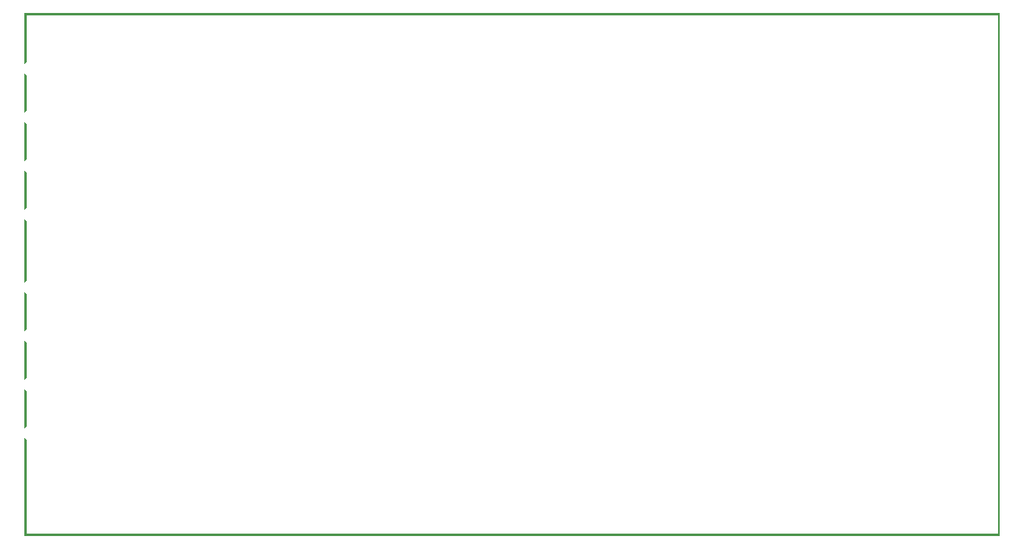
<source format=gbo>
G04 MADE WITH FRITZING*
G04 WWW.FRITZING.ORG*
G04 DOUBLE SIDED*
G04 HOLES PLATED*
G04 CONTOUR ON CENTER OF CONTOUR VECTOR*
%ASAXBY*%
%FSLAX23Y23*%
%MOIN*%
%OFA0B0*%
%SFA1.0B1.0*%
%ADD10R,0.001000X0.001000*%
%LNSILK0*%
G90*
G70*
G54D10*
X0Y2152D02*
X4013Y2152D01*
X0Y2151D02*
X4013Y2151D01*
X0Y2150D02*
X4013Y2150D01*
X0Y2149D02*
X4013Y2149D01*
X0Y2148D02*
X4013Y2148D01*
X0Y2147D02*
X4013Y2147D01*
X0Y2146D02*
X4013Y2146D01*
X0Y2145D02*
X4013Y2145D01*
X0Y2144D02*
X7Y2144D01*
X4006Y2144D02*
X4013Y2144D01*
X0Y2143D02*
X7Y2143D01*
X4006Y2143D02*
X4013Y2143D01*
X0Y2142D02*
X7Y2142D01*
X4006Y2142D02*
X4013Y2142D01*
X0Y2141D02*
X7Y2141D01*
X4006Y2141D02*
X4013Y2141D01*
X0Y2140D02*
X7Y2140D01*
X4006Y2140D02*
X4013Y2140D01*
X0Y2139D02*
X7Y2139D01*
X4006Y2139D02*
X4013Y2139D01*
X0Y2138D02*
X7Y2138D01*
X4006Y2138D02*
X4013Y2138D01*
X0Y2137D02*
X7Y2137D01*
X4006Y2137D02*
X4013Y2137D01*
X0Y2136D02*
X7Y2136D01*
X4006Y2136D02*
X4013Y2136D01*
X0Y2135D02*
X7Y2135D01*
X4006Y2135D02*
X4013Y2135D01*
X0Y2134D02*
X7Y2134D01*
X4006Y2134D02*
X4013Y2134D01*
X0Y2133D02*
X7Y2133D01*
X4006Y2133D02*
X4013Y2133D01*
X0Y2132D02*
X7Y2132D01*
X4006Y2132D02*
X4013Y2132D01*
X0Y2131D02*
X7Y2131D01*
X4006Y2131D02*
X4013Y2131D01*
X0Y2130D02*
X7Y2130D01*
X4006Y2130D02*
X4013Y2130D01*
X0Y2129D02*
X7Y2129D01*
X4006Y2129D02*
X4013Y2129D01*
X0Y2128D02*
X7Y2128D01*
X4006Y2128D02*
X4013Y2128D01*
X0Y2127D02*
X7Y2127D01*
X4006Y2127D02*
X4013Y2127D01*
X0Y2126D02*
X7Y2126D01*
X4006Y2126D02*
X4013Y2126D01*
X0Y2125D02*
X7Y2125D01*
X4006Y2125D02*
X4013Y2125D01*
X0Y2124D02*
X7Y2124D01*
X4006Y2124D02*
X4013Y2124D01*
X0Y2123D02*
X7Y2123D01*
X4006Y2123D02*
X4013Y2123D01*
X0Y2122D02*
X7Y2122D01*
X4006Y2122D02*
X4013Y2122D01*
X0Y2121D02*
X7Y2121D01*
X4006Y2121D02*
X4013Y2121D01*
X0Y2120D02*
X7Y2120D01*
X4006Y2120D02*
X4013Y2120D01*
X0Y2119D02*
X7Y2119D01*
X4006Y2119D02*
X4013Y2119D01*
X0Y2118D02*
X7Y2118D01*
X4006Y2118D02*
X4013Y2118D01*
X0Y2117D02*
X7Y2117D01*
X4006Y2117D02*
X4013Y2117D01*
X0Y2116D02*
X7Y2116D01*
X4006Y2116D02*
X4013Y2116D01*
X0Y2115D02*
X7Y2115D01*
X4006Y2115D02*
X4013Y2115D01*
X0Y2114D02*
X7Y2114D01*
X4006Y2114D02*
X4013Y2114D01*
X0Y2113D02*
X7Y2113D01*
X4006Y2113D02*
X4013Y2113D01*
X0Y2112D02*
X7Y2112D01*
X4006Y2112D02*
X4013Y2112D01*
X0Y2111D02*
X7Y2111D01*
X4006Y2111D02*
X4013Y2111D01*
X0Y2110D02*
X7Y2110D01*
X4006Y2110D02*
X4013Y2110D01*
X0Y2109D02*
X7Y2109D01*
X4006Y2109D02*
X4013Y2109D01*
X0Y2108D02*
X7Y2108D01*
X4006Y2108D02*
X4013Y2108D01*
X0Y2107D02*
X7Y2107D01*
X4006Y2107D02*
X4013Y2107D01*
X0Y2106D02*
X7Y2106D01*
X4006Y2106D02*
X4013Y2106D01*
X0Y2105D02*
X7Y2105D01*
X4006Y2105D02*
X4013Y2105D01*
X0Y2104D02*
X7Y2104D01*
X4006Y2104D02*
X4013Y2104D01*
X0Y2103D02*
X7Y2103D01*
X4006Y2103D02*
X4013Y2103D01*
X0Y2102D02*
X7Y2102D01*
X4006Y2102D02*
X4013Y2102D01*
X0Y2101D02*
X7Y2101D01*
X4006Y2101D02*
X4013Y2101D01*
X0Y2100D02*
X7Y2100D01*
X4006Y2100D02*
X4013Y2100D01*
X0Y2099D02*
X7Y2099D01*
X4006Y2099D02*
X4013Y2099D01*
X0Y2098D02*
X7Y2098D01*
X4006Y2098D02*
X4013Y2098D01*
X0Y2097D02*
X7Y2097D01*
X4006Y2097D02*
X4013Y2097D01*
X0Y2096D02*
X7Y2096D01*
X4006Y2096D02*
X4013Y2096D01*
X0Y2095D02*
X7Y2095D01*
X4006Y2095D02*
X4013Y2095D01*
X0Y2094D02*
X7Y2094D01*
X4006Y2094D02*
X4013Y2094D01*
X0Y2093D02*
X7Y2093D01*
X4006Y2093D02*
X4013Y2093D01*
X0Y2092D02*
X7Y2092D01*
X4006Y2092D02*
X4013Y2092D01*
X0Y2091D02*
X7Y2091D01*
X4006Y2091D02*
X4013Y2091D01*
X0Y2090D02*
X7Y2090D01*
X4006Y2090D02*
X4013Y2090D01*
X0Y2089D02*
X7Y2089D01*
X4006Y2089D02*
X4013Y2089D01*
X0Y2088D02*
X7Y2088D01*
X4006Y2088D02*
X4013Y2088D01*
X0Y2087D02*
X7Y2087D01*
X4006Y2087D02*
X4013Y2087D01*
X0Y2086D02*
X7Y2086D01*
X4006Y2086D02*
X4013Y2086D01*
X0Y2085D02*
X7Y2085D01*
X4006Y2085D02*
X4013Y2085D01*
X0Y2084D02*
X7Y2084D01*
X4006Y2084D02*
X4013Y2084D01*
X0Y2083D02*
X7Y2083D01*
X4006Y2083D02*
X4013Y2083D01*
X0Y2082D02*
X7Y2082D01*
X4006Y2082D02*
X4013Y2082D01*
X0Y2081D02*
X7Y2081D01*
X4006Y2081D02*
X4013Y2081D01*
X0Y2080D02*
X7Y2080D01*
X4006Y2080D02*
X4013Y2080D01*
X0Y2079D02*
X7Y2079D01*
X4006Y2079D02*
X4013Y2079D01*
X0Y2078D02*
X7Y2078D01*
X4006Y2078D02*
X4013Y2078D01*
X0Y2077D02*
X7Y2077D01*
X4006Y2077D02*
X4013Y2077D01*
X0Y2076D02*
X7Y2076D01*
X4006Y2076D02*
X4013Y2076D01*
X0Y2075D02*
X7Y2075D01*
X4006Y2075D02*
X4013Y2075D01*
X0Y2074D02*
X7Y2074D01*
X4006Y2074D02*
X4013Y2074D01*
X0Y2073D02*
X7Y2073D01*
X4006Y2073D02*
X4013Y2073D01*
X0Y2072D02*
X7Y2072D01*
X4006Y2072D02*
X4013Y2072D01*
X0Y2071D02*
X7Y2071D01*
X4006Y2071D02*
X4013Y2071D01*
X0Y2070D02*
X7Y2070D01*
X4006Y2070D02*
X4013Y2070D01*
X0Y2069D02*
X7Y2069D01*
X4006Y2069D02*
X4013Y2069D01*
X0Y2068D02*
X7Y2068D01*
X4006Y2068D02*
X4013Y2068D01*
X0Y2067D02*
X7Y2067D01*
X4006Y2067D02*
X4013Y2067D01*
X0Y2066D02*
X7Y2066D01*
X4006Y2066D02*
X4013Y2066D01*
X0Y2065D02*
X7Y2065D01*
X4006Y2065D02*
X4013Y2065D01*
X0Y2064D02*
X7Y2064D01*
X4006Y2064D02*
X4013Y2064D01*
X0Y2063D02*
X7Y2063D01*
X4006Y2063D02*
X4013Y2063D01*
X0Y2062D02*
X7Y2062D01*
X4006Y2062D02*
X4013Y2062D01*
X0Y2061D02*
X7Y2061D01*
X4006Y2061D02*
X4013Y2061D01*
X0Y2060D02*
X7Y2060D01*
X4006Y2060D02*
X4013Y2060D01*
X0Y2059D02*
X7Y2059D01*
X4006Y2059D02*
X4013Y2059D01*
X0Y2058D02*
X7Y2058D01*
X4006Y2058D02*
X4013Y2058D01*
X0Y2057D02*
X7Y2057D01*
X4006Y2057D02*
X4013Y2057D01*
X0Y2056D02*
X7Y2056D01*
X4006Y2056D02*
X4013Y2056D01*
X0Y2055D02*
X7Y2055D01*
X4006Y2055D02*
X4013Y2055D01*
X0Y2054D02*
X7Y2054D01*
X4006Y2054D02*
X4013Y2054D01*
X0Y2053D02*
X7Y2053D01*
X4006Y2053D02*
X4013Y2053D01*
X0Y2052D02*
X7Y2052D01*
X4006Y2052D02*
X4013Y2052D01*
X0Y2051D02*
X7Y2051D01*
X4006Y2051D02*
X4013Y2051D01*
X0Y2050D02*
X7Y2050D01*
X4006Y2050D02*
X4013Y2050D01*
X0Y2049D02*
X7Y2049D01*
X4006Y2049D02*
X4013Y2049D01*
X0Y2048D02*
X7Y2048D01*
X4006Y2048D02*
X4013Y2048D01*
X0Y2047D02*
X7Y2047D01*
X4006Y2047D02*
X4013Y2047D01*
X0Y2046D02*
X7Y2046D01*
X4006Y2046D02*
X4013Y2046D01*
X0Y2045D02*
X7Y2045D01*
X4006Y2045D02*
X4013Y2045D01*
X0Y2044D02*
X7Y2044D01*
X4006Y2044D02*
X4013Y2044D01*
X0Y2043D02*
X7Y2043D01*
X4006Y2043D02*
X4013Y2043D01*
X0Y2042D02*
X7Y2042D01*
X4006Y2042D02*
X4013Y2042D01*
X0Y2041D02*
X7Y2041D01*
X4006Y2041D02*
X4013Y2041D01*
X0Y2040D02*
X7Y2040D01*
X4006Y2040D02*
X4013Y2040D01*
X0Y2039D02*
X7Y2039D01*
X4006Y2039D02*
X4013Y2039D01*
X0Y2038D02*
X7Y2038D01*
X4006Y2038D02*
X4013Y2038D01*
X0Y2037D02*
X7Y2037D01*
X4006Y2037D02*
X4013Y2037D01*
X0Y2036D02*
X7Y2036D01*
X4006Y2036D02*
X4013Y2036D01*
X0Y2035D02*
X7Y2035D01*
X4006Y2035D02*
X4013Y2035D01*
X0Y2034D02*
X7Y2034D01*
X4006Y2034D02*
X4013Y2034D01*
X0Y2033D02*
X7Y2033D01*
X4006Y2033D02*
X4013Y2033D01*
X0Y2032D02*
X7Y2032D01*
X4006Y2032D02*
X4013Y2032D01*
X0Y2031D02*
X7Y2031D01*
X4006Y2031D02*
X4013Y2031D01*
X0Y2030D02*
X7Y2030D01*
X4006Y2030D02*
X4013Y2030D01*
X0Y2029D02*
X7Y2029D01*
X4006Y2029D02*
X4013Y2029D01*
X0Y2028D02*
X7Y2028D01*
X4006Y2028D02*
X4013Y2028D01*
X0Y2027D02*
X7Y2027D01*
X4006Y2027D02*
X4013Y2027D01*
X0Y2026D02*
X7Y2026D01*
X4006Y2026D02*
X4013Y2026D01*
X0Y2025D02*
X7Y2025D01*
X4006Y2025D02*
X4013Y2025D01*
X0Y2024D02*
X7Y2024D01*
X4006Y2024D02*
X4013Y2024D01*
X0Y2023D02*
X7Y2023D01*
X4006Y2023D02*
X4013Y2023D01*
X0Y2022D02*
X7Y2022D01*
X4006Y2022D02*
X4013Y2022D01*
X0Y2021D02*
X7Y2021D01*
X4006Y2021D02*
X4013Y2021D01*
X0Y2020D02*
X7Y2020D01*
X4006Y2020D02*
X4013Y2020D01*
X0Y2019D02*
X7Y2019D01*
X4006Y2019D02*
X4013Y2019D01*
X0Y2018D02*
X7Y2018D01*
X4006Y2018D02*
X4013Y2018D01*
X0Y2017D02*
X7Y2017D01*
X4006Y2017D02*
X4013Y2017D01*
X0Y2016D02*
X7Y2016D01*
X4006Y2016D02*
X4013Y2016D01*
X0Y2015D02*
X7Y2015D01*
X4006Y2015D02*
X4013Y2015D01*
X0Y2014D02*
X7Y2014D01*
X4006Y2014D02*
X4013Y2014D01*
X0Y2013D02*
X7Y2013D01*
X4006Y2013D02*
X4013Y2013D01*
X0Y2012D02*
X7Y2012D01*
X4006Y2012D02*
X4013Y2012D01*
X0Y2011D02*
X7Y2011D01*
X4006Y2011D02*
X4013Y2011D01*
X0Y2010D02*
X7Y2010D01*
X4006Y2010D02*
X4013Y2010D01*
X0Y2009D02*
X7Y2009D01*
X4006Y2009D02*
X4013Y2009D01*
X0Y2008D02*
X7Y2008D01*
X4006Y2008D02*
X4013Y2008D01*
X0Y2007D02*
X7Y2007D01*
X4006Y2007D02*
X4013Y2007D01*
X0Y2006D02*
X7Y2006D01*
X4006Y2006D02*
X4013Y2006D01*
X0Y2005D02*
X7Y2005D01*
X4006Y2005D02*
X4013Y2005D01*
X0Y2004D02*
X7Y2004D01*
X4006Y2004D02*
X4013Y2004D01*
X0Y2003D02*
X7Y2003D01*
X4006Y2003D02*
X4013Y2003D01*
X0Y2002D02*
X7Y2002D01*
X4006Y2002D02*
X4013Y2002D01*
X0Y2001D02*
X7Y2001D01*
X4006Y2001D02*
X4013Y2001D01*
X0Y2000D02*
X7Y2000D01*
X4006Y2000D02*
X4013Y2000D01*
X0Y1999D02*
X7Y1999D01*
X4006Y1999D02*
X4013Y1999D01*
X0Y1998D02*
X7Y1998D01*
X4006Y1998D02*
X4013Y1998D01*
X0Y1997D02*
X7Y1997D01*
X4006Y1997D02*
X4013Y1997D01*
X0Y1996D02*
X7Y1996D01*
X4006Y1996D02*
X4013Y1996D01*
X0Y1995D02*
X7Y1995D01*
X4006Y1995D02*
X4013Y1995D01*
X0Y1994D02*
X7Y1994D01*
X4006Y1994D02*
X4013Y1994D01*
X0Y1993D02*
X7Y1993D01*
X4006Y1993D02*
X4013Y1993D01*
X0Y1992D02*
X7Y1992D01*
X4006Y1992D02*
X4013Y1992D01*
X0Y1991D02*
X7Y1991D01*
X4006Y1991D02*
X4013Y1991D01*
X0Y1990D02*
X7Y1990D01*
X4006Y1990D02*
X4013Y1990D01*
X0Y1989D02*
X7Y1989D01*
X4006Y1989D02*
X4013Y1989D01*
X0Y1988D02*
X7Y1988D01*
X4006Y1988D02*
X4013Y1988D01*
X0Y1987D02*
X7Y1987D01*
X4006Y1987D02*
X4013Y1987D01*
X0Y1986D02*
X7Y1986D01*
X4006Y1986D02*
X4013Y1986D01*
X0Y1985D02*
X7Y1985D01*
X4006Y1985D02*
X4013Y1985D01*
X0Y1984D02*
X7Y1984D01*
X4006Y1984D02*
X4013Y1984D01*
X0Y1983D02*
X7Y1983D01*
X4006Y1983D02*
X4013Y1983D01*
X0Y1982D02*
X7Y1982D01*
X4006Y1982D02*
X4013Y1982D01*
X0Y1981D02*
X7Y1981D01*
X4006Y1981D02*
X4013Y1981D01*
X0Y1980D02*
X7Y1980D01*
X4006Y1980D02*
X4013Y1980D01*
X0Y1979D02*
X7Y1979D01*
X4006Y1979D02*
X4013Y1979D01*
X0Y1978D02*
X7Y1978D01*
X4006Y1978D02*
X4013Y1978D01*
X0Y1977D02*
X7Y1977D01*
X4006Y1977D02*
X4013Y1977D01*
X0Y1976D02*
X7Y1976D01*
X4006Y1976D02*
X4013Y1976D01*
X0Y1975D02*
X7Y1975D01*
X4006Y1975D02*
X4013Y1975D01*
X0Y1974D02*
X7Y1974D01*
X4006Y1974D02*
X4013Y1974D01*
X0Y1973D02*
X7Y1973D01*
X4006Y1973D02*
X4013Y1973D01*
X0Y1972D02*
X7Y1972D01*
X4006Y1972D02*
X4013Y1972D01*
X0Y1971D02*
X7Y1971D01*
X4006Y1971D02*
X4013Y1971D01*
X0Y1970D02*
X7Y1970D01*
X4006Y1970D02*
X4013Y1970D01*
X0Y1969D02*
X7Y1969D01*
X4006Y1969D02*
X4013Y1969D01*
X0Y1968D02*
X7Y1968D01*
X4006Y1968D02*
X4013Y1968D01*
X0Y1967D02*
X7Y1967D01*
X4006Y1967D02*
X4013Y1967D01*
X0Y1966D02*
X7Y1966D01*
X4006Y1966D02*
X4013Y1966D01*
X0Y1965D02*
X7Y1965D01*
X4006Y1965D02*
X4013Y1965D01*
X0Y1964D02*
X7Y1964D01*
X4006Y1964D02*
X4013Y1964D01*
X0Y1963D02*
X7Y1963D01*
X4006Y1963D02*
X4013Y1963D01*
X0Y1962D02*
X7Y1962D01*
X4006Y1962D02*
X4013Y1962D01*
X0Y1961D02*
X7Y1961D01*
X4006Y1961D02*
X4013Y1961D01*
X0Y1960D02*
X7Y1960D01*
X4006Y1960D02*
X4013Y1960D01*
X0Y1959D02*
X7Y1959D01*
X4006Y1959D02*
X4013Y1959D01*
X0Y1958D02*
X7Y1958D01*
X4006Y1958D02*
X4013Y1958D01*
X0Y1957D02*
X7Y1957D01*
X4006Y1957D02*
X4013Y1957D01*
X0Y1956D02*
X7Y1956D01*
X4006Y1956D02*
X4013Y1956D01*
X0Y1955D02*
X7Y1955D01*
X4006Y1955D02*
X4013Y1955D01*
X0Y1954D02*
X7Y1954D01*
X4006Y1954D02*
X4013Y1954D01*
X0Y1953D02*
X7Y1953D01*
X4006Y1953D02*
X4013Y1953D01*
X0Y1952D02*
X7Y1952D01*
X4006Y1952D02*
X4013Y1952D01*
X0Y1951D02*
X6Y1951D01*
X4006Y1951D02*
X4013Y1951D01*
X0Y1950D02*
X5Y1950D01*
X4006Y1950D02*
X4013Y1950D01*
X0Y1949D02*
X5Y1949D01*
X4006Y1949D02*
X4013Y1949D01*
X0Y1948D02*
X4Y1948D01*
X4006Y1948D02*
X4013Y1948D01*
X0Y1947D02*
X3Y1947D01*
X4006Y1947D02*
X4013Y1947D01*
X0Y1946D02*
X3Y1946D01*
X4006Y1946D02*
X4013Y1946D01*
X0Y1945D02*
X2Y1945D01*
X4006Y1945D02*
X4013Y1945D01*
X0Y1944D02*
X1Y1944D01*
X4006Y1944D02*
X4013Y1944D01*
X0Y1943D02*
X1Y1943D01*
X4006Y1943D02*
X4013Y1943D01*
X0Y1942D02*
X0Y1942D01*
X4006Y1942D02*
X4013Y1942D01*
X0Y1941D02*
X0Y1941D01*
X4006Y1941D02*
X4013Y1941D01*
X4006Y1940D02*
X4013Y1940D01*
X4006Y1939D02*
X4013Y1939D01*
X4006Y1938D02*
X4013Y1938D01*
X4006Y1937D02*
X4013Y1937D01*
X4006Y1936D02*
X4013Y1936D01*
X4006Y1935D02*
X4013Y1935D01*
X4006Y1934D02*
X4013Y1934D01*
X4006Y1933D02*
X4013Y1933D01*
X4006Y1932D02*
X4013Y1932D01*
X4006Y1931D02*
X4013Y1931D01*
X4006Y1930D02*
X4013Y1930D01*
X4006Y1929D02*
X4013Y1929D01*
X4006Y1928D02*
X4013Y1928D01*
X4006Y1927D02*
X4013Y1927D01*
X4006Y1926D02*
X4013Y1926D01*
X4006Y1925D02*
X4013Y1925D01*
X4006Y1924D02*
X4013Y1924D01*
X4006Y1923D02*
X4013Y1923D01*
X4006Y1922D02*
X4013Y1922D01*
X4006Y1921D02*
X4013Y1921D01*
X4006Y1920D02*
X4013Y1920D01*
X4006Y1919D02*
X4013Y1919D01*
X4006Y1918D02*
X4013Y1918D01*
X4006Y1917D02*
X4013Y1917D01*
X4006Y1916D02*
X4013Y1916D01*
X4006Y1915D02*
X4013Y1915D01*
X4006Y1914D02*
X4013Y1914D01*
X4006Y1913D02*
X4013Y1913D01*
X4006Y1912D02*
X4013Y1912D01*
X4006Y1911D02*
X4013Y1911D01*
X4006Y1910D02*
X4013Y1910D01*
X4006Y1909D02*
X4013Y1909D01*
X4006Y1908D02*
X4013Y1908D01*
X4006Y1907D02*
X4013Y1907D01*
X0Y1906D02*
X0Y1906D01*
X4006Y1906D02*
X4013Y1906D01*
X0Y1905D02*
X0Y1905D01*
X4006Y1905D02*
X4013Y1905D01*
X0Y1904D02*
X1Y1904D01*
X4006Y1904D02*
X4013Y1904D01*
X0Y1903D02*
X1Y1903D01*
X4006Y1903D02*
X4013Y1903D01*
X0Y1902D02*
X2Y1902D01*
X4006Y1902D02*
X4013Y1902D01*
X0Y1901D02*
X2Y1901D01*
X4006Y1901D02*
X4013Y1901D01*
X0Y1900D02*
X3Y1900D01*
X4006Y1900D02*
X4013Y1900D01*
X0Y1899D02*
X4Y1899D01*
X4006Y1899D02*
X4013Y1899D01*
X0Y1898D02*
X5Y1898D01*
X4006Y1898D02*
X4013Y1898D01*
X0Y1897D02*
X5Y1897D01*
X4006Y1897D02*
X4013Y1897D01*
X0Y1896D02*
X6Y1896D01*
X4006Y1896D02*
X4013Y1896D01*
X0Y1895D02*
X7Y1895D01*
X4006Y1895D02*
X4013Y1895D01*
X0Y1894D02*
X7Y1894D01*
X4006Y1894D02*
X4013Y1894D01*
X0Y1893D02*
X7Y1893D01*
X4006Y1893D02*
X4013Y1893D01*
X0Y1892D02*
X7Y1892D01*
X4006Y1892D02*
X4013Y1892D01*
X0Y1891D02*
X7Y1891D01*
X4006Y1891D02*
X4013Y1891D01*
X0Y1890D02*
X7Y1890D01*
X4006Y1890D02*
X4013Y1890D01*
X0Y1889D02*
X7Y1889D01*
X4006Y1889D02*
X4013Y1889D01*
X0Y1888D02*
X7Y1888D01*
X4006Y1888D02*
X4013Y1888D01*
X0Y1887D02*
X7Y1887D01*
X4006Y1887D02*
X4013Y1887D01*
X0Y1886D02*
X7Y1886D01*
X4006Y1886D02*
X4013Y1886D01*
X0Y1885D02*
X7Y1885D01*
X4006Y1885D02*
X4013Y1885D01*
X0Y1884D02*
X7Y1884D01*
X4006Y1884D02*
X4013Y1884D01*
X0Y1883D02*
X7Y1883D01*
X4006Y1883D02*
X4013Y1883D01*
X0Y1882D02*
X7Y1882D01*
X4006Y1882D02*
X4013Y1882D01*
X0Y1881D02*
X7Y1881D01*
X4006Y1881D02*
X4013Y1881D01*
X0Y1880D02*
X7Y1880D01*
X4006Y1880D02*
X4013Y1880D01*
X0Y1879D02*
X7Y1879D01*
X4006Y1879D02*
X4013Y1879D01*
X0Y1878D02*
X7Y1878D01*
X4006Y1878D02*
X4013Y1878D01*
X0Y1877D02*
X7Y1877D01*
X4006Y1877D02*
X4013Y1877D01*
X0Y1876D02*
X7Y1876D01*
X4006Y1876D02*
X4013Y1876D01*
X0Y1875D02*
X7Y1875D01*
X4006Y1875D02*
X4013Y1875D01*
X0Y1874D02*
X7Y1874D01*
X4006Y1874D02*
X4013Y1874D01*
X0Y1873D02*
X7Y1873D01*
X4006Y1873D02*
X4013Y1873D01*
X0Y1872D02*
X7Y1872D01*
X4006Y1872D02*
X4013Y1872D01*
X0Y1871D02*
X7Y1871D01*
X4006Y1871D02*
X4013Y1871D01*
X0Y1870D02*
X7Y1870D01*
X4006Y1870D02*
X4013Y1870D01*
X0Y1869D02*
X7Y1869D01*
X4006Y1869D02*
X4013Y1869D01*
X0Y1868D02*
X7Y1868D01*
X4006Y1868D02*
X4013Y1868D01*
X0Y1867D02*
X7Y1867D01*
X4006Y1867D02*
X4013Y1867D01*
X0Y1866D02*
X7Y1866D01*
X4006Y1866D02*
X4013Y1866D01*
X0Y1865D02*
X7Y1865D01*
X4006Y1865D02*
X4013Y1865D01*
X0Y1864D02*
X7Y1864D01*
X4006Y1864D02*
X4013Y1864D01*
X0Y1863D02*
X7Y1863D01*
X4006Y1863D02*
X4013Y1863D01*
X0Y1862D02*
X7Y1862D01*
X4006Y1862D02*
X4013Y1862D01*
X0Y1861D02*
X7Y1861D01*
X4006Y1861D02*
X4013Y1861D01*
X0Y1860D02*
X7Y1860D01*
X4006Y1860D02*
X4013Y1860D01*
X0Y1859D02*
X7Y1859D01*
X4006Y1859D02*
X4013Y1859D01*
X0Y1858D02*
X7Y1858D01*
X4006Y1858D02*
X4013Y1858D01*
X0Y1857D02*
X7Y1857D01*
X4006Y1857D02*
X4013Y1857D01*
X0Y1856D02*
X7Y1856D01*
X4006Y1856D02*
X4013Y1856D01*
X0Y1855D02*
X7Y1855D01*
X4006Y1855D02*
X4013Y1855D01*
X0Y1854D02*
X7Y1854D01*
X4006Y1854D02*
X4013Y1854D01*
X0Y1853D02*
X7Y1853D01*
X4006Y1853D02*
X4013Y1853D01*
X0Y1852D02*
X7Y1852D01*
X4006Y1852D02*
X4013Y1852D01*
X0Y1851D02*
X7Y1851D01*
X4006Y1851D02*
X4013Y1851D01*
X0Y1850D02*
X7Y1850D01*
X4006Y1850D02*
X4013Y1850D01*
X0Y1849D02*
X7Y1849D01*
X4006Y1849D02*
X4013Y1849D01*
X0Y1848D02*
X7Y1848D01*
X4006Y1848D02*
X4013Y1848D01*
X0Y1847D02*
X7Y1847D01*
X4006Y1847D02*
X4013Y1847D01*
X0Y1846D02*
X7Y1846D01*
X4006Y1846D02*
X4013Y1846D01*
X0Y1845D02*
X7Y1845D01*
X4006Y1845D02*
X4013Y1845D01*
X0Y1844D02*
X7Y1844D01*
X4006Y1844D02*
X4013Y1844D01*
X0Y1843D02*
X7Y1843D01*
X4006Y1843D02*
X4013Y1843D01*
X0Y1842D02*
X7Y1842D01*
X4006Y1842D02*
X4013Y1842D01*
X0Y1841D02*
X7Y1841D01*
X4006Y1841D02*
X4013Y1841D01*
X0Y1840D02*
X7Y1840D01*
X4006Y1840D02*
X4013Y1840D01*
X0Y1839D02*
X7Y1839D01*
X4006Y1839D02*
X4013Y1839D01*
X0Y1838D02*
X7Y1838D01*
X4006Y1838D02*
X4013Y1838D01*
X0Y1837D02*
X7Y1837D01*
X4006Y1837D02*
X4013Y1837D01*
X0Y1836D02*
X7Y1836D01*
X4006Y1836D02*
X4013Y1836D01*
X0Y1835D02*
X7Y1835D01*
X4006Y1835D02*
X4013Y1835D01*
X0Y1834D02*
X7Y1834D01*
X4006Y1834D02*
X4013Y1834D01*
X0Y1833D02*
X7Y1833D01*
X4006Y1833D02*
X4013Y1833D01*
X0Y1832D02*
X7Y1832D01*
X4006Y1832D02*
X4013Y1832D01*
X0Y1831D02*
X7Y1831D01*
X4006Y1831D02*
X4013Y1831D01*
X0Y1830D02*
X7Y1830D01*
X4006Y1830D02*
X4013Y1830D01*
X0Y1829D02*
X7Y1829D01*
X4006Y1829D02*
X4013Y1829D01*
X0Y1828D02*
X7Y1828D01*
X4006Y1828D02*
X4013Y1828D01*
X0Y1827D02*
X7Y1827D01*
X4006Y1827D02*
X4013Y1827D01*
X0Y1826D02*
X7Y1826D01*
X4006Y1826D02*
X4013Y1826D01*
X0Y1825D02*
X7Y1825D01*
X4006Y1825D02*
X4013Y1825D01*
X0Y1824D02*
X7Y1824D01*
X4006Y1824D02*
X4013Y1824D01*
X0Y1823D02*
X7Y1823D01*
X4006Y1823D02*
X4013Y1823D01*
X0Y1822D02*
X7Y1822D01*
X4006Y1822D02*
X4013Y1822D01*
X0Y1821D02*
X7Y1821D01*
X4006Y1821D02*
X4013Y1821D01*
X0Y1820D02*
X7Y1820D01*
X4006Y1820D02*
X4013Y1820D01*
X0Y1819D02*
X7Y1819D01*
X4006Y1819D02*
X4013Y1819D01*
X0Y1818D02*
X7Y1818D01*
X4006Y1818D02*
X4013Y1818D01*
X0Y1817D02*
X7Y1817D01*
X4006Y1817D02*
X4013Y1817D01*
X0Y1816D02*
X7Y1816D01*
X4006Y1816D02*
X4013Y1816D01*
X0Y1815D02*
X7Y1815D01*
X4006Y1815D02*
X4013Y1815D01*
X0Y1814D02*
X7Y1814D01*
X4006Y1814D02*
X4013Y1814D01*
X0Y1813D02*
X7Y1813D01*
X4006Y1813D02*
X4013Y1813D01*
X0Y1812D02*
X7Y1812D01*
X4006Y1812D02*
X4013Y1812D01*
X0Y1811D02*
X7Y1811D01*
X4006Y1811D02*
X4013Y1811D01*
X0Y1810D02*
X7Y1810D01*
X4006Y1810D02*
X4013Y1810D01*
X0Y1809D02*
X7Y1809D01*
X4006Y1809D02*
X4013Y1809D01*
X0Y1808D02*
X7Y1808D01*
X4006Y1808D02*
X4013Y1808D01*
X0Y1807D02*
X7Y1807D01*
X4006Y1807D02*
X4013Y1807D01*
X0Y1806D02*
X7Y1806D01*
X4006Y1806D02*
X4013Y1806D01*
X0Y1805D02*
X7Y1805D01*
X4006Y1805D02*
X4013Y1805D01*
X0Y1804D02*
X7Y1804D01*
X4006Y1804D02*
X4013Y1804D01*
X0Y1803D02*
X7Y1803D01*
X4006Y1803D02*
X4013Y1803D01*
X0Y1802D02*
X7Y1802D01*
X4006Y1802D02*
X4013Y1802D01*
X0Y1801D02*
X7Y1801D01*
X4006Y1801D02*
X4013Y1801D01*
X0Y1800D02*
X7Y1800D01*
X4006Y1800D02*
X4013Y1800D01*
X0Y1799D02*
X7Y1799D01*
X4006Y1799D02*
X4013Y1799D01*
X0Y1798D02*
X7Y1798D01*
X4006Y1798D02*
X4013Y1798D01*
X0Y1797D02*
X7Y1797D01*
X4006Y1797D02*
X4013Y1797D01*
X0Y1796D02*
X7Y1796D01*
X4006Y1796D02*
X4013Y1796D01*
X0Y1795D02*
X7Y1795D01*
X4006Y1795D02*
X4013Y1795D01*
X0Y1794D02*
X7Y1794D01*
X4006Y1794D02*
X4013Y1794D01*
X0Y1793D02*
X7Y1793D01*
X4006Y1793D02*
X4013Y1793D01*
X0Y1792D02*
X7Y1792D01*
X4006Y1792D02*
X4013Y1792D01*
X0Y1791D02*
X7Y1791D01*
X4006Y1791D02*
X4013Y1791D01*
X0Y1790D02*
X7Y1790D01*
X4006Y1790D02*
X4013Y1790D01*
X0Y1789D02*
X7Y1789D01*
X4006Y1789D02*
X4013Y1789D01*
X0Y1788D02*
X7Y1788D01*
X4006Y1788D02*
X4013Y1788D01*
X0Y1787D02*
X7Y1787D01*
X4006Y1787D02*
X4013Y1787D01*
X0Y1786D02*
X7Y1786D01*
X4006Y1786D02*
X4013Y1786D01*
X0Y1785D02*
X7Y1785D01*
X4006Y1785D02*
X4013Y1785D01*
X0Y1784D02*
X7Y1784D01*
X4006Y1784D02*
X4013Y1784D01*
X0Y1783D02*
X7Y1783D01*
X4006Y1783D02*
X4013Y1783D01*
X0Y1782D02*
X7Y1782D01*
X4006Y1782D02*
X4013Y1782D01*
X0Y1781D02*
X7Y1781D01*
X4006Y1781D02*
X4013Y1781D01*
X0Y1780D02*
X7Y1780D01*
X4006Y1780D02*
X4013Y1780D01*
X0Y1779D02*
X7Y1779D01*
X4006Y1779D02*
X4013Y1779D01*
X0Y1778D02*
X7Y1778D01*
X4006Y1778D02*
X4013Y1778D01*
X0Y1777D02*
X7Y1777D01*
X4006Y1777D02*
X4013Y1777D01*
X0Y1776D02*
X7Y1776D01*
X4006Y1776D02*
X4013Y1776D01*
X0Y1775D02*
X7Y1775D01*
X4006Y1775D02*
X4013Y1775D01*
X0Y1774D02*
X7Y1774D01*
X4006Y1774D02*
X4013Y1774D01*
X0Y1773D02*
X7Y1773D01*
X4006Y1773D02*
X4013Y1773D01*
X0Y1772D02*
X7Y1772D01*
X4006Y1772D02*
X4013Y1772D01*
X0Y1771D02*
X7Y1771D01*
X4006Y1771D02*
X4013Y1771D01*
X0Y1770D02*
X7Y1770D01*
X4006Y1770D02*
X4013Y1770D01*
X0Y1769D02*
X7Y1769D01*
X4006Y1769D02*
X4013Y1769D01*
X0Y1768D02*
X7Y1768D01*
X4006Y1768D02*
X4013Y1768D01*
X0Y1767D02*
X7Y1767D01*
X4006Y1767D02*
X4013Y1767D01*
X0Y1766D02*
X7Y1766D01*
X4006Y1766D02*
X4013Y1766D01*
X0Y1765D02*
X7Y1765D01*
X4006Y1765D02*
X4013Y1765D01*
X0Y1764D02*
X7Y1764D01*
X4006Y1764D02*
X4013Y1764D01*
X0Y1763D02*
X7Y1763D01*
X4006Y1763D02*
X4013Y1763D01*
X0Y1762D02*
X7Y1762D01*
X4006Y1762D02*
X4013Y1762D01*
X0Y1761D02*
X7Y1761D01*
X4006Y1761D02*
X4013Y1761D01*
X0Y1760D02*
X7Y1760D01*
X4006Y1760D02*
X4013Y1760D01*
X0Y1759D02*
X7Y1759D01*
X4006Y1759D02*
X4013Y1759D01*
X0Y1758D02*
X7Y1758D01*
X4006Y1758D02*
X4013Y1758D01*
X0Y1757D02*
X7Y1757D01*
X4006Y1757D02*
X4013Y1757D01*
X0Y1756D02*
X7Y1756D01*
X4006Y1756D02*
X4013Y1756D01*
X0Y1755D02*
X7Y1755D01*
X4006Y1755D02*
X4013Y1755D01*
X0Y1754D02*
X7Y1754D01*
X4006Y1754D02*
X4013Y1754D01*
X0Y1753D02*
X7Y1753D01*
X4006Y1753D02*
X4013Y1753D01*
X0Y1752D02*
X7Y1752D01*
X4006Y1752D02*
X4013Y1752D01*
X0Y1751D02*
X6Y1751D01*
X4006Y1751D02*
X4013Y1751D01*
X0Y1750D02*
X5Y1750D01*
X4006Y1750D02*
X4013Y1750D01*
X0Y1749D02*
X5Y1749D01*
X4006Y1749D02*
X4013Y1749D01*
X0Y1748D02*
X4Y1748D01*
X4006Y1748D02*
X4013Y1748D01*
X0Y1747D02*
X3Y1747D01*
X4006Y1747D02*
X4013Y1747D01*
X0Y1746D02*
X3Y1746D01*
X4006Y1746D02*
X4013Y1746D01*
X0Y1745D02*
X2Y1745D01*
X4006Y1745D02*
X4013Y1745D01*
X0Y1744D02*
X1Y1744D01*
X4006Y1744D02*
X4013Y1744D01*
X0Y1743D02*
X1Y1743D01*
X4006Y1743D02*
X4013Y1743D01*
X0Y1742D02*
X0Y1742D01*
X4006Y1742D02*
X4013Y1742D01*
X0Y1741D02*
X0Y1741D01*
X4006Y1741D02*
X4013Y1741D01*
X4006Y1740D02*
X4013Y1740D01*
X4006Y1739D02*
X4013Y1739D01*
X4006Y1738D02*
X4013Y1738D01*
X4006Y1737D02*
X4013Y1737D01*
X4006Y1736D02*
X4013Y1736D01*
X4006Y1735D02*
X4013Y1735D01*
X4006Y1734D02*
X4013Y1734D01*
X4006Y1733D02*
X4013Y1733D01*
X4006Y1732D02*
X4013Y1732D01*
X4006Y1731D02*
X4013Y1731D01*
X4006Y1730D02*
X4013Y1730D01*
X4006Y1729D02*
X4013Y1729D01*
X4006Y1728D02*
X4013Y1728D01*
X4006Y1727D02*
X4013Y1727D01*
X4006Y1726D02*
X4013Y1726D01*
X4006Y1725D02*
X4013Y1725D01*
X4006Y1724D02*
X4013Y1724D01*
X4006Y1723D02*
X4013Y1723D01*
X4006Y1722D02*
X4013Y1722D01*
X4006Y1721D02*
X4013Y1721D01*
X4006Y1720D02*
X4013Y1720D01*
X4006Y1719D02*
X4013Y1719D01*
X4006Y1718D02*
X4013Y1718D01*
X4006Y1717D02*
X4013Y1717D01*
X4006Y1716D02*
X4013Y1716D01*
X4006Y1715D02*
X4013Y1715D01*
X4006Y1714D02*
X4013Y1714D01*
X4006Y1713D02*
X4013Y1713D01*
X4006Y1712D02*
X4013Y1712D01*
X4006Y1711D02*
X4013Y1711D01*
X4006Y1710D02*
X4013Y1710D01*
X4006Y1709D02*
X4013Y1709D01*
X4006Y1708D02*
X4013Y1708D01*
X4006Y1707D02*
X4013Y1707D01*
X0Y1706D02*
X0Y1706D01*
X4006Y1706D02*
X4013Y1706D01*
X0Y1705D02*
X0Y1705D01*
X4006Y1705D02*
X4013Y1705D01*
X0Y1704D02*
X1Y1704D01*
X4006Y1704D02*
X4013Y1704D01*
X0Y1703D02*
X1Y1703D01*
X4006Y1703D02*
X4013Y1703D01*
X0Y1702D02*
X2Y1702D01*
X4006Y1702D02*
X4013Y1702D01*
X0Y1701D02*
X2Y1701D01*
X4006Y1701D02*
X4013Y1701D01*
X0Y1700D02*
X3Y1700D01*
X4006Y1700D02*
X4013Y1700D01*
X0Y1699D02*
X4Y1699D01*
X4006Y1699D02*
X4013Y1699D01*
X0Y1698D02*
X5Y1698D01*
X4006Y1698D02*
X4013Y1698D01*
X0Y1697D02*
X5Y1697D01*
X4006Y1697D02*
X4013Y1697D01*
X0Y1696D02*
X6Y1696D01*
X4006Y1696D02*
X4013Y1696D01*
X0Y1695D02*
X7Y1695D01*
X4006Y1695D02*
X4013Y1695D01*
X0Y1694D02*
X7Y1694D01*
X4006Y1694D02*
X4013Y1694D01*
X0Y1693D02*
X7Y1693D01*
X4006Y1693D02*
X4013Y1693D01*
X0Y1692D02*
X7Y1692D01*
X4006Y1692D02*
X4013Y1692D01*
X0Y1691D02*
X7Y1691D01*
X4006Y1691D02*
X4013Y1691D01*
X0Y1690D02*
X7Y1690D01*
X4006Y1690D02*
X4013Y1690D01*
X0Y1689D02*
X7Y1689D01*
X4006Y1689D02*
X4013Y1689D01*
X0Y1688D02*
X7Y1688D01*
X4006Y1688D02*
X4013Y1688D01*
X0Y1687D02*
X7Y1687D01*
X4006Y1687D02*
X4013Y1687D01*
X0Y1686D02*
X7Y1686D01*
X4006Y1686D02*
X4013Y1686D01*
X0Y1685D02*
X7Y1685D01*
X4006Y1685D02*
X4013Y1685D01*
X0Y1684D02*
X7Y1684D01*
X4006Y1684D02*
X4013Y1684D01*
X0Y1683D02*
X7Y1683D01*
X4006Y1683D02*
X4013Y1683D01*
X0Y1682D02*
X7Y1682D01*
X4006Y1682D02*
X4013Y1682D01*
X0Y1681D02*
X7Y1681D01*
X4006Y1681D02*
X4013Y1681D01*
X0Y1680D02*
X7Y1680D01*
X4006Y1680D02*
X4013Y1680D01*
X0Y1679D02*
X7Y1679D01*
X4006Y1679D02*
X4013Y1679D01*
X0Y1678D02*
X7Y1678D01*
X4006Y1678D02*
X4013Y1678D01*
X0Y1677D02*
X7Y1677D01*
X4006Y1677D02*
X4013Y1677D01*
X0Y1676D02*
X7Y1676D01*
X4006Y1676D02*
X4013Y1676D01*
X0Y1675D02*
X7Y1675D01*
X4006Y1675D02*
X4013Y1675D01*
X0Y1674D02*
X7Y1674D01*
X4006Y1674D02*
X4013Y1674D01*
X0Y1673D02*
X7Y1673D01*
X4006Y1673D02*
X4013Y1673D01*
X0Y1672D02*
X7Y1672D01*
X4006Y1672D02*
X4013Y1672D01*
X0Y1671D02*
X7Y1671D01*
X4006Y1671D02*
X4013Y1671D01*
X0Y1670D02*
X7Y1670D01*
X4006Y1670D02*
X4013Y1670D01*
X0Y1669D02*
X7Y1669D01*
X4006Y1669D02*
X4013Y1669D01*
X0Y1668D02*
X7Y1668D01*
X4006Y1668D02*
X4013Y1668D01*
X0Y1667D02*
X7Y1667D01*
X4006Y1667D02*
X4013Y1667D01*
X0Y1666D02*
X7Y1666D01*
X4006Y1666D02*
X4013Y1666D01*
X0Y1665D02*
X7Y1665D01*
X4006Y1665D02*
X4013Y1665D01*
X0Y1664D02*
X7Y1664D01*
X4006Y1664D02*
X4013Y1664D01*
X0Y1663D02*
X7Y1663D01*
X4006Y1663D02*
X4013Y1663D01*
X0Y1662D02*
X7Y1662D01*
X4006Y1662D02*
X4013Y1662D01*
X0Y1661D02*
X7Y1661D01*
X4006Y1661D02*
X4013Y1661D01*
X0Y1660D02*
X7Y1660D01*
X4006Y1660D02*
X4013Y1660D01*
X0Y1659D02*
X7Y1659D01*
X4006Y1659D02*
X4013Y1659D01*
X0Y1658D02*
X7Y1658D01*
X4006Y1658D02*
X4013Y1658D01*
X0Y1657D02*
X7Y1657D01*
X4006Y1657D02*
X4013Y1657D01*
X0Y1656D02*
X7Y1656D01*
X4006Y1656D02*
X4013Y1656D01*
X0Y1655D02*
X7Y1655D01*
X4006Y1655D02*
X4013Y1655D01*
X0Y1654D02*
X7Y1654D01*
X4006Y1654D02*
X4013Y1654D01*
X0Y1653D02*
X7Y1653D01*
X4006Y1653D02*
X4013Y1653D01*
X0Y1652D02*
X7Y1652D01*
X4006Y1652D02*
X4013Y1652D01*
X0Y1651D02*
X7Y1651D01*
X4006Y1651D02*
X4013Y1651D01*
X0Y1650D02*
X7Y1650D01*
X4006Y1650D02*
X4013Y1650D01*
X0Y1649D02*
X7Y1649D01*
X4006Y1649D02*
X4013Y1649D01*
X0Y1648D02*
X7Y1648D01*
X4006Y1648D02*
X4013Y1648D01*
X0Y1647D02*
X7Y1647D01*
X4006Y1647D02*
X4013Y1647D01*
X0Y1646D02*
X7Y1646D01*
X4006Y1646D02*
X4013Y1646D01*
X0Y1645D02*
X7Y1645D01*
X4006Y1645D02*
X4013Y1645D01*
X0Y1644D02*
X7Y1644D01*
X4006Y1644D02*
X4013Y1644D01*
X0Y1643D02*
X7Y1643D01*
X4006Y1643D02*
X4013Y1643D01*
X0Y1642D02*
X7Y1642D01*
X4006Y1642D02*
X4013Y1642D01*
X0Y1641D02*
X7Y1641D01*
X4006Y1641D02*
X4013Y1641D01*
X0Y1640D02*
X7Y1640D01*
X4006Y1640D02*
X4013Y1640D01*
X0Y1639D02*
X7Y1639D01*
X4006Y1639D02*
X4013Y1639D01*
X0Y1638D02*
X7Y1638D01*
X4006Y1638D02*
X4013Y1638D01*
X0Y1637D02*
X7Y1637D01*
X4006Y1637D02*
X4013Y1637D01*
X0Y1636D02*
X7Y1636D01*
X4006Y1636D02*
X4013Y1636D01*
X0Y1635D02*
X7Y1635D01*
X4006Y1635D02*
X4013Y1635D01*
X0Y1634D02*
X7Y1634D01*
X4006Y1634D02*
X4013Y1634D01*
X0Y1633D02*
X7Y1633D01*
X4006Y1633D02*
X4013Y1633D01*
X0Y1632D02*
X7Y1632D01*
X4006Y1632D02*
X4013Y1632D01*
X0Y1631D02*
X7Y1631D01*
X4006Y1631D02*
X4013Y1631D01*
X0Y1630D02*
X7Y1630D01*
X4006Y1630D02*
X4013Y1630D01*
X0Y1629D02*
X7Y1629D01*
X4006Y1629D02*
X4013Y1629D01*
X0Y1628D02*
X7Y1628D01*
X4006Y1628D02*
X4013Y1628D01*
X0Y1627D02*
X7Y1627D01*
X4006Y1627D02*
X4013Y1627D01*
X0Y1626D02*
X7Y1626D01*
X4006Y1626D02*
X4013Y1626D01*
X0Y1625D02*
X7Y1625D01*
X4006Y1625D02*
X4013Y1625D01*
X0Y1624D02*
X7Y1624D01*
X4006Y1624D02*
X4013Y1624D01*
X0Y1623D02*
X7Y1623D01*
X4006Y1623D02*
X4013Y1623D01*
X0Y1622D02*
X7Y1622D01*
X4006Y1622D02*
X4013Y1622D01*
X0Y1621D02*
X7Y1621D01*
X4006Y1621D02*
X4013Y1621D01*
X0Y1620D02*
X7Y1620D01*
X4006Y1620D02*
X4013Y1620D01*
X0Y1619D02*
X7Y1619D01*
X4006Y1619D02*
X4013Y1619D01*
X0Y1618D02*
X7Y1618D01*
X4006Y1618D02*
X4013Y1618D01*
X0Y1617D02*
X7Y1617D01*
X4006Y1617D02*
X4013Y1617D01*
X0Y1616D02*
X7Y1616D01*
X4006Y1616D02*
X4013Y1616D01*
X0Y1615D02*
X7Y1615D01*
X4006Y1615D02*
X4013Y1615D01*
X0Y1614D02*
X7Y1614D01*
X4006Y1614D02*
X4013Y1614D01*
X0Y1613D02*
X7Y1613D01*
X4006Y1613D02*
X4013Y1613D01*
X0Y1612D02*
X7Y1612D01*
X4006Y1612D02*
X4013Y1612D01*
X0Y1611D02*
X7Y1611D01*
X4006Y1611D02*
X4013Y1611D01*
X0Y1610D02*
X7Y1610D01*
X4006Y1610D02*
X4013Y1610D01*
X0Y1609D02*
X7Y1609D01*
X4006Y1609D02*
X4013Y1609D01*
X0Y1608D02*
X7Y1608D01*
X4006Y1608D02*
X4013Y1608D01*
X0Y1607D02*
X7Y1607D01*
X4006Y1607D02*
X4013Y1607D01*
X0Y1606D02*
X7Y1606D01*
X4006Y1606D02*
X4013Y1606D01*
X0Y1605D02*
X7Y1605D01*
X4006Y1605D02*
X4013Y1605D01*
X0Y1604D02*
X7Y1604D01*
X4006Y1604D02*
X4013Y1604D01*
X0Y1603D02*
X7Y1603D01*
X4006Y1603D02*
X4013Y1603D01*
X0Y1602D02*
X7Y1602D01*
X4006Y1602D02*
X4013Y1602D01*
X0Y1601D02*
X7Y1601D01*
X4006Y1601D02*
X4013Y1601D01*
X0Y1600D02*
X7Y1600D01*
X4006Y1600D02*
X4013Y1600D01*
X0Y1599D02*
X7Y1599D01*
X4006Y1599D02*
X4013Y1599D01*
X0Y1598D02*
X7Y1598D01*
X4006Y1598D02*
X4013Y1598D01*
X0Y1597D02*
X7Y1597D01*
X4006Y1597D02*
X4013Y1597D01*
X0Y1596D02*
X7Y1596D01*
X4006Y1596D02*
X4013Y1596D01*
X0Y1595D02*
X7Y1595D01*
X4006Y1595D02*
X4013Y1595D01*
X0Y1594D02*
X7Y1594D01*
X4006Y1594D02*
X4013Y1594D01*
X0Y1593D02*
X7Y1593D01*
X4006Y1593D02*
X4013Y1593D01*
X0Y1592D02*
X7Y1592D01*
X4006Y1592D02*
X4013Y1592D01*
X0Y1591D02*
X7Y1591D01*
X4006Y1591D02*
X4013Y1591D01*
X0Y1590D02*
X7Y1590D01*
X4006Y1590D02*
X4013Y1590D01*
X0Y1589D02*
X7Y1589D01*
X4006Y1589D02*
X4013Y1589D01*
X0Y1588D02*
X7Y1588D01*
X4006Y1588D02*
X4013Y1588D01*
X0Y1587D02*
X7Y1587D01*
X4006Y1587D02*
X4013Y1587D01*
X0Y1586D02*
X7Y1586D01*
X4006Y1586D02*
X4013Y1586D01*
X0Y1585D02*
X7Y1585D01*
X4006Y1585D02*
X4013Y1585D01*
X0Y1584D02*
X7Y1584D01*
X4006Y1584D02*
X4013Y1584D01*
X0Y1583D02*
X7Y1583D01*
X4006Y1583D02*
X4013Y1583D01*
X0Y1582D02*
X7Y1582D01*
X4006Y1582D02*
X4013Y1582D01*
X0Y1581D02*
X7Y1581D01*
X4006Y1581D02*
X4013Y1581D01*
X0Y1580D02*
X7Y1580D01*
X4006Y1580D02*
X4013Y1580D01*
X0Y1579D02*
X7Y1579D01*
X4006Y1579D02*
X4013Y1579D01*
X0Y1578D02*
X7Y1578D01*
X4006Y1578D02*
X4013Y1578D01*
X0Y1577D02*
X7Y1577D01*
X4006Y1577D02*
X4013Y1577D01*
X0Y1576D02*
X7Y1576D01*
X4006Y1576D02*
X4013Y1576D01*
X0Y1575D02*
X7Y1575D01*
X4006Y1575D02*
X4013Y1575D01*
X0Y1574D02*
X7Y1574D01*
X4006Y1574D02*
X4013Y1574D01*
X0Y1573D02*
X7Y1573D01*
X4006Y1573D02*
X4013Y1573D01*
X0Y1572D02*
X7Y1572D01*
X4006Y1572D02*
X4013Y1572D01*
X0Y1571D02*
X7Y1571D01*
X4006Y1571D02*
X4013Y1571D01*
X0Y1570D02*
X7Y1570D01*
X4006Y1570D02*
X4013Y1570D01*
X0Y1569D02*
X7Y1569D01*
X4006Y1569D02*
X4013Y1569D01*
X0Y1568D02*
X7Y1568D01*
X4006Y1568D02*
X4013Y1568D01*
X0Y1567D02*
X7Y1567D01*
X4006Y1567D02*
X4013Y1567D01*
X0Y1566D02*
X7Y1566D01*
X4006Y1566D02*
X4013Y1566D01*
X0Y1565D02*
X7Y1565D01*
X4006Y1565D02*
X4013Y1565D01*
X0Y1564D02*
X7Y1564D01*
X4006Y1564D02*
X4013Y1564D01*
X0Y1563D02*
X7Y1563D01*
X4006Y1563D02*
X4013Y1563D01*
X0Y1562D02*
X7Y1562D01*
X4006Y1562D02*
X4013Y1562D01*
X0Y1561D02*
X7Y1561D01*
X4006Y1561D02*
X4013Y1561D01*
X0Y1560D02*
X7Y1560D01*
X4006Y1560D02*
X4013Y1560D01*
X0Y1559D02*
X7Y1559D01*
X4006Y1559D02*
X4013Y1559D01*
X0Y1558D02*
X7Y1558D01*
X4006Y1558D02*
X4013Y1558D01*
X0Y1557D02*
X7Y1557D01*
X4006Y1557D02*
X4013Y1557D01*
X0Y1556D02*
X7Y1556D01*
X4006Y1556D02*
X4013Y1556D01*
X0Y1555D02*
X7Y1555D01*
X4006Y1555D02*
X4013Y1555D01*
X0Y1554D02*
X7Y1554D01*
X4006Y1554D02*
X4013Y1554D01*
X0Y1553D02*
X7Y1553D01*
X4006Y1553D02*
X4013Y1553D01*
X0Y1552D02*
X7Y1552D01*
X4006Y1552D02*
X4013Y1552D01*
X0Y1551D02*
X6Y1551D01*
X4006Y1551D02*
X4013Y1551D01*
X0Y1550D02*
X5Y1550D01*
X4006Y1550D02*
X4013Y1550D01*
X0Y1549D02*
X5Y1549D01*
X4006Y1549D02*
X4013Y1549D01*
X0Y1548D02*
X4Y1548D01*
X4006Y1548D02*
X4013Y1548D01*
X0Y1547D02*
X3Y1547D01*
X4006Y1547D02*
X4013Y1547D01*
X0Y1546D02*
X3Y1546D01*
X4006Y1546D02*
X4013Y1546D01*
X0Y1545D02*
X2Y1545D01*
X4006Y1545D02*
X4013Y1545D01*
X0Y1544D02*
X1Y1544D01*
X4006Y1544D02*
X4013Y1544D01*
X0Y1543D02*
X1Y1543D01*
X4006Y1543D02*
X4013Y1543D01*
X0Y1542D02*
X0Y1542D01*
X4006Y1542D02*
X4013Y1542D01*
X0Y1541D02*
X0Y1541D01*
X4006Y1541D02*
X4013Y1541D01*
X4006Y1540D02*
X4013Y1540D01*
X4006Y1539D02*
X4013Y1539D01*
X4006Y1538D02*
X4013Y1538D01*
X4006Y1537D02*
X4013Y1537D01*
X4006Y1536D02*
X4013Y1536D01*
X4006Y1535D02*
X4013Y1535D01*
X4006Y1534D02*
X4013Y1534D01*
X4006Y1533D02*
X4013Y1533D01*
X4006Y1532D02*
X4013Y1532D01*
X4006Y1531D02*
X4013Y1531D01*
X4006Y1530D02*
X4013Y1530D01*
X4006Y1529D02*
X4013Y1529D01*
X4006Y1528D02*
X4013Y1528D01*
X4006Y1527D02*
X4013Y1527D01*
X4006Y1526D02*
X4013Y1526D01*
X4006Y1525D02*
X4013Y1525D01*
X4006Y1524D02*
X4013Y1524D01*
X4006Y1523D02*
X4013Y1523D01*
X4006Y1522D02*
X4013Y1522D01*
X4006Y1521D02*
X4013Y1521D01*
X4006Y1520D02*
X4013Y1520D01*
X4006Y1519D02*
X4013Y1519D01*
X4006Y1518D02*
X4013Y1518D01*
X4006Y1517D02*
X4013Y1517D01*
X4006Y1516D02*
X4013Y1516D01*
X4006Y1515D02*
X4013Y1515D01*
X4006Y1514D02*
X4013Y1514D01*
X4006Y1513D02*
X4013Y1513D01*
X4006Y1512D02*
X4013Y1512D01*
X4006Y1511D02*
X4013Y1511D01*
X4006Y1510D02*
X4013Y1510D01*
X4006Y1509D02*
X4013Y1509D01*
X4006Y1508D02*
X4013Y1508D01*
X4006Y1507D02*
X4013Y1507D01*
X0Y1506D02*
X0Y1506D01*
X4006Y1506D02*
X4013Y1506D01*
X0Y1505D02*
X0Y1505D01*
X4006Y1505D02*
X4013Y1505D01*
X0Y1504D02*
X1Y1504D01*
X4006Y1504D02*
X4013Y1504D01*
X0Y1503D02*
X1Y1503D01*
X4006Y1503D02*
X4013Y1503D01*
X0Y1502D02*
X2Y1502D01*
X4006Y1502D02*
X4013Y1502D01*
X0Y1501D02*
X2Y1501D01*
X4006Y1501D02*
X4013Y1501D01*
X0Y1500D02*
X3Y1500D01*
X4006Y1500D02*
X4013Y1500D01*
X0Y1499D02*
X4Y1499D01*
X4006Y1499D02*
X4013Y1499D01*
X0Y1498D02*
X5Y1498D01*
X4006Y1498D02*
X4013Y1498D01*
X0Y1497D02*
X5Y1497D01*
X4006Y1497D02*
X4013Y1497D01*
X0Y1496D02*
X6Y1496D01*
X4006Y1496D02*
X4013Y1496D01*
X0Y1495D02*
X7Y1495D01*
X4006Y1495D02*
X4013Y1495D01*
X0Y1494D02*
X7Y1494D01*
X4006Y1494D02*
X4013Y1494D01*
X0Y1493D02*
X7Y1493D01*
X4006Y1493D02*
X4013Y1493D01*
X0Y1492D02*
X7Y1492D01*
X4006Y1492D02*
X4013Y1492D01*
X0Y1491D02*
X7Y1491D01*
X4006Y1491D02*
X4013Y1491D01*
X0Y1490D02*
X7Y1490D01*
X4006Y1490D02*
X4013Y1490D01*
X0Y1489D02*
X7Y1489D01*
X4006Y1489D02*
X4013Y1489D01*
X0Y1488D02*
X7Y1488D01*
X4006Y1488D02*
X4013Y1488D01*
X0Y1487D02*
X7Y1487D01*
X4006Y1487D02*
X4013Y1487D01*
X0Y1486D02*
X7Y1486D01*
X4006Y1486D02*
X4013Y1486D01*
X0Y1485D02*
X7Y1485D01*
X4006Y1485D02*
X4013Y1485D01*
X0Y1484D02*
X7Y1484D01*
X4006Y1484D02*
X4013Y1484D01*
X0Y1483D02*
X7Y1483D01*
X4006Y1483D02*
X4013Y1483D01*
X0Y1482D02*
X7Y1482D01*
X4006Y1482D02*
X4013Y1482D01*
X0Y1481D02*
X7Y1481D01*
X4006Y1481D02*
X4013Y1481D01*
X0Y1480D02*
X7Y1480D01*
X4006Y1480D02*
X4013Y1480D01*
X0Y1479D02*
X7Y1479D01*
X4006Y1479D02*
X4013Y1479D01*
X0Y1478D02*
X7Y1478D01*
X4006Y1478D02*
X4013Y1478D01*
X0Y1477D02*
X7Y1477D01*
X4006Y1477D02*
X4013Y1477D01*
X0Y1476D02*
X7Y1476D01*
X4006Y1476D02*
X4013Y1476D01*
X0Y1475D02*
X7Y1475D01*
X4006Y1475D02*
X4013Y1475D01*
X0Y1474D02*
X7Y1474D01*
X4006Y1474D02*
X4013Y1474D01*
X0Y1473D02*
X7Y1473D01*
X4006Y1473D02*
X4013Y1473D01*
X0Y1472D02*
X7Y1472D01*
X4006Y1472D02*
X4013Y1472D01*
X0Y1471D02*
X7Y1471D01*
X4006Y1471D02*
X4013Y1471D01*
X0Y1470D02*
X7Y1470D01*
X4006Y1470D02*
X4013Y1470D01*
X0Y1469D02*
X7Y1469D01*
X4006Y1469D02*
X4013Y1469D01*
X0Y1468D02*
X7Y1468D01*
X4006Y1468D02*
X4013Y1468D01*
X0Y1467D02*
X7Y1467D01*
X4006Y1467D02*
X4013Y1467D01*
X0Y1466D02*
X7Y1466D01*
X4006Y1466D02*
X4013Y1466D01*
X0Y1465D02*
X7Y1465D01*
X4006Y1465D02*
X4013Y1465D01*
X0Y1464D02*
X7Y1464D01*
X4006Y1464D02*
X4013Y1464D01*
X0Y1463D02*
X7Y1463D01*
X4006Y1463D02*
X4013Y1463D01*
X0Y1462D02*
X7Y1462D01*
X4006Y1462D02*
X4013Y1462D01*
X0Y1461D02*
X7Y1461D01*
X4006Y1461D02*
X4013Y1461D01*
X0Y1460D02*
X7Y1460D01*
X4006Y1460D02*
X4013Y1460D01*
X0Y1459D02*
X7Y1459D01*
X4006Y1459D02*
X4013Y1459D01*
X0Y1458D02*
X7Y1458D01*
X4006Y1458D02*
X4013Y1458D01*
X0Y1457D02*
X7Y1457D01*
X4006Y1457D02*
X4013Y1457D01*
X0Y1456D02*
X7Y1456D01*
X4006Y1456D02*
X4013Y1456D01*
X0Y1455D02*
X7Y1455D01*
X4006Y1455D02*
X4013Y1455D01*
X0Y1454D02*
X7Y1454D01*
X4006Y1454D02*
X4013Y1454D01*
X0Y1453D02*
X7Y1453D01*
X4006Y1453D02*
X4013Y1453D01*
X0Y1452D02*
X7Y1452D01*
X4006Y1452D02*
X4013Y1452D01*
X0Y1451D02*
X7Y1451D01*
X4006Y1451D02*
X4013Y1451D01*
X0Y1450D02*
X7Y1450D01*
X4006Y1450D02*
X4013Y1450D01*
X0Y1449D02*
X7Y1449D01*
X4006Y1449D02*
X4013Y1449D01*
X0Y1448D02*
X7Y1448D01*
X4006Y1448D02*
X4013Y1448D01*
X0Y1447D02*
X7Y1447D01*
X4006Y1447D02*
X4013Y1447D01*
X0Y1446D02*
X7Y1446D01*
X4006Y1446D02*
X4013Y1446D01*
X0Y1445D02*
X7Y1445D01*
X4006Y1445D02*
X4013Y1445D01*
X0Y1444D02*
X7Y1444D01*
X4006Y1444D02*
X4013Y1444D01*
X0Y1443D02*
X7Y1443D01*
X4006Y1443D02*
X4013Y1443D01*
X0Y1442D02*
X7Y1442D01*
X4006Y1442D02*
X4013Y1442D01*
X0Y1441D02*
X7Y1441D01*
X4006Y1441D02*
X4013Y1441D01*
X0Y1440D02*
X7Y1440D01*
X4006Y1440D02*
X4013Y1440D01*
X0Y1439D02*
X7Y1439D01*
X4006Y1439D02*
X4013Y1439D01*
X0Y1438D02*
X7Y1438D01*
X4006Y1438D02*
X4013Y1438D01*
X0Y1437D02*
X7Y1437D01*
X4006Y1437D02*
X4013Y1437D01*
X0Y1436D02*
X7Y1436D01*
X4006Y1436D02*
X4013Y1436D01*
X0Y1435D02*
X7Y1435D01*
X4006Y1435D02*
X4013Y1435D01*
X0Y1434D02*
X7Y1434D01*
X4006Y1434D02*
X4013Y1434D01*
X0Y1433D02*
X7Y1433D01*
X4006Y1433D02*
X4013Y1433D01*
X0Y1432D02*
X7Y1432D01*
X4006Y1432D02*
X4013Y1432D01*
X0Y1431D02*
X7Y1431D01*
X4006Y1431D02*
X4013Y1431D01*
X0Y1430D02*
X7Y1430D01*
X4006Y1430D02*
X4013Y1430D01*
X0Y1429D02*
X7Y1429D01*
X4006Y1429D02*
X4013Y1429D01*
X0Y1428D02*
X7Y1428D01*
X4006Y1428D02*
X4013Y1428D01*
X0Y1427D02*
X7Y1427D01*
X4006Y1427D02*
X4013Y1427D01*
X0Y1426D02*
X7Y1426D01*
X4006Y1426D02*
X4013Y1426D01*
X0Y1425D02*
X7Y1425D01*
X4006Y1425D02*
X4013Y1425D01*
X0Y1424D02*
X7Y1424D01*
X4006Y1424D02*
X4013Y1424D01*
X0Y1423D02*
X7Y1423D01*
X4006Y1423D02*
X4013Y1423D01*
X0Y1422D02*
X7Y1422D01*
X4006Y1422D02*
X4013Y1422D01*
X0Y1421D02*
X7Y1421D01*
X4006Y1421D02*
X4013Y1421D01*
X0Y1420D02*
X7Y1420D01*
X4006Y1420D02*
X4013Y1420D01*
X0Y1419D02*
X7Y1419D01*
X4006Y1419D02*
X4013Y1419D01*
X0Y1418D02*
X7Y1418D01*
X4006Y1418D02*
X4013Y1418D01*
X0Y1417D02*
X7Y1417D01*
X4006Y1417D02*
X4013Y1417D01*
X0Y1416D02*
X7Y1416D01*
X4006Y1416D02*
X4013Y1416D01*
X0Y1415D02*
X7Y1415D01*
X4006Y1415D02*
X4013Y1415D01*
X0Y1414D02*
X7Y1414D01*
X4006Y1414D02*
X4013Y1414D01*
X0Y1413D02*
X7Y1413D01*
X4006Y1413D02*
X4013Y1413D01*
X0Y1412D02*
X7Y1412D01*
X4006Y1412D02*
X4013Y1412D01*
X0Y1411D02*
X7Y1411D01*
X4006Y1411D02*
X4013Y1411D01*
X0Y1410D02*
X7Y1410D01*
X4006Y1410D02*
X4013Y1410D01*
X0Y1409D02*
X7Y1409D01*
X4006Y1409D02*
X4013Y1409D01*
X0Y1408D02*
X7Y1408D01*
X4006Y1408D02*
X4013Y1408D01*
X0Y1407D02*
X7Y1407D01*
X4006Y1407D02*
X4013Y1407D01*
X0Y1406D02*
X7Y1406D01*
X4006Y1406D02*
X4013Y1406D01*
X0Y1405D02*
X7Y1405D01*
X4006Y1405D02*
X4013Y1405D01*
X0Y1404D02*
X7Y1404D01*
X4006Y1404D02*
X4013Y1404D01*
X0Y1403D02*
X7Y1403D01*
X4006Y1403D02*
X4013Y1403D01*
X0Y1402D02*
X7Y1402D01*
X4006Y1402D02*
X4013Y1402D01*
X0Y1401D02*
X7Y1401D01*
X4006Y1401D02*
X4013Y1401D01*
X0Y1400D02*
X7Y1400D01*
X4006Y1400D02*
X4013Y1400D01*
X0Y1399D02*
X7Y1399D01*
X4006Y1399D02*
X4013Y1399D01*
X0Y1398D02*
X7Y1398D01*
X4006Y1398D02*
X4013Y1398D01*
X0Y1397D02*
X7Y1397D01*
X4006Y1397D02*
X4013Y1397D01*
X0Y1396D02*
X7Y1396D01*
X4006Y1396D02*
X4013Y1396D01*
X0Y1395D02*
X7Y1395D01*
X4006Y1395D02*
X4013Y1395D01*
X0Y1394D02*
X7Y1394D01*
X4006Y1394D02*
X4013Y1394D01*
X0Y1393D02*
X7Y1393D01*
X4006Y1393D02*
X4013Y1393D01*
X0Y1392D02*
X7Y1392D01*
X4006Y1392D02*
X4013Y1392D01*
X0Y1391D02*
X7Y1391D01*
X4006Y1391D02*
X4013Y1391D01*
X0Y1390D02*
X7Y1390D01*
X4006Y1390D02*
X4013Y1390D01*
X0Y1389D02*
X7Y1389D01*
X4006Y1389D02*
X4013Y1389D01*
X0Y1388D02*
X7Y1388D01*
X4006Y1388D02*
X4013Y1388D01*
X0Y1387D02*
X7Y1387D01*
X4006Y1387D02*
X4013Y1387D01*
X0Y1386D02*
X7Y1386D01*
X4006Y1386D02*
X4013Y1386D01*
X0Y1385D02*
X7Y1385D01*
X4006Y1385D02*
X4013Y1385D01*
X0Y1384D02*
X7Y1384D01*
X4006Y1384D02*
X4013Y1384D01*
X0Y1383D02*
X7Y1383D01*
X4006Y1383D02*
X4013Y1383D01*
X0Y1382D02*
X7Y1382D01*
X4006Y1382D02*
X4013Y1382D01*
X0Y1381D02*
X7Y1381D01*
X4006Y1381D02*
X4013Y1381D01*
X0Y1380D02*
X7Y1380D01*
X4006Y1380D02*
X4013Y1380D01*
X0Y1379D02*
X7Y1379D01*
X4006Y1379D02*
X4013Y1379D01*
X0Y1378D02*
X7Y1378D01*
X4006Y1378D02*
X4013Y1378D01*
X0Y1377D02*
X7Y1377D01*
X4006Y1377D02*
X4013Y1377D01*
X0Y1376D02*
X7Y1376D01*
X4006Y1376D02*
X4013Y1376D01*
X0Y1375D02*
X7Y1375D01*
X4006Y1375D02*
X4013Y1375D01*
X0Y1374D02*
X7Y1374D01*
X4006Y1374D02*
X4013Y1374D01*
X0Y1373D02*
X7Y1373D01*
X4006Y1373D02*
X4013Y1373D01*
X0Y1372D02*
X7Y1372D01*
X4006Y1372D02*
X4013Y1372D01*
X0Y1371D02*
X7Y1371D01*
X4006Y1371D02*
X4013Y1371D01*
X0Y1370D02*
X7Y1370D01*
X4006Y1370D02*
X4013Y1370D01*
X0Y1369D02*
X7Y1369D01*
X4006Y1369D02*
X4013Y1369D01*
X0Y1368D02*
X7Y1368D01*
X4006Y1368D02*
X4013Y1368D01*
X0Y1367D02*
X7Y1367D01*
X4006Y1367D02*
X4013Y1367D01*
X0Y1366D02*
X7Y1366D01*
X4006Y1366D02*
X4013Y1366D01*
X0Y1365D02*
X7Y1365D01*
X4006Y1365D02*
X4013Y1365D01*
X0Y1364D02*
X7Y1364D01*
X4006Y1364D02*
X4013Y1364D01*
X0Y1363D02*
X7Y1363D01*
X4006Y1363D02*
X4013Y1363D01*
X0Y1362D02*
X7Y1362D01*
X4006Y1362D02*
X4013Y1362D01*
X0Y1361D02*
X7Y1361D01*
X4006Y1361D02*
X4013Y1361D01*
X0Y1360D02*
X7Y1360D01*
X4006Y1360D02*
X4013Y1360D01*
X0Y1359D02*
X7Y1359D01*
X4006Y1359D02*
X4013Y1359D01*
X0Y1358D02*
X7Y1358D01*
X4006Y1358D02*
X4013Y1358D01*
X0Y1357D02*
X7Y1357D01*
X4006Y1357D02*
X4013Y1357D01*
X0Y1356D02*
X7Y1356D01*
X4006Y1356D02*
X4013Y1356D01*
X0Y1355D02*
X7Y1355D01*
X4006Y1355D02*
X4013Y1355D01*
X0Y1354D02*
X7Y1354D01*
X4006Y1354D02*
X4013Y1354D01*
X0Y1353D02*
X7Y1353D01*
X4006Y1353D02*
X4013Y1353D01*
X0Y1352D02*
X7Y1352D01*
X4006Y1352D02*
X4013Y1352D01*
X0Y1351D02*
X6Y1351D01*
X4006Y1351D02*
X4013Y1351D01*
X0Y1350D02*
X5Y1350D01*
X4006Y1350D02*
X4013Y1350D01*
X0Y1349D02*
X5Y1349D01*
X4006Y1349D02*
X4013Y1349D01*
X0Y1348D02*
X4Y1348D01*
X4006Y1348D02*
X4013Y1348D01*
X0Y1347D02*
X3Y1347D01*
X4006Y1347D02*
X4013Y1347D01*
X0Y1346D02*
X3Y1346D01*
X4006Y1346D02*
X4013Y1346D01*
X0Y1345D02*
X2Y1345D01*
X4006Y1345D02*
X4013Y1345D01*
X0Y1344D02*
X1Y1344D01*
X4006Y1344D02*
X4013Y1344D01*
X0Y1343D02*
X1Y1343D01*
X4006Y1343D02*
X4013Y1343D01*
X0Y1342D02*
X0Y1342D01*
X4006Y1342D02*
X4013Y1342D01*
X0Y1341D02*
X0Y1341D01*
X4006Y1341D02*
X4013Y1341D01*
X4006Y1340D02*
X4013Y1340D01*
X4006Y1339D02*
X4013Y1339D01*
X4006Y1338D02*
X4013Y1338D01*
X4006Y1337D02*
X4013Y1337D01*
X4006Y1336D02*
X4013Y1336D01*
X4006Y1335D02*
X4013Y1335D01*
X4006Y1334D02*
X4013Y1334D01*
X4006Y1333D02*
X4013Y1333D01*
X4006Y1332D02*
X4013Y1332D01*
X4006Y1331D02*
X4013Y1331D01*
X4006Y1330D02*
X4013Y1330D01*
X4006Y1329D02*
X4013Y1329D01*
X4006Y1328D02*
X4013Y1328D01*
X4006Y1327D02*
X4013Y1327D01*
X4006Y1326D02*
X4013Y1326D01*
X4006Y1325D02*
X4013Y1325D01*
X4006Y1324D02*
X4013Y1324D01*
X4006Y1323D02*
X4013Y1323D01*
X4006Y1322D02*
X4013Y1322D01*
X4006Y1321D02*
X4013Y1321D01*
X4006Y1320D02*
X4013Y1320D01*
X4006Y1319D02*
X4013Y1319D01*
X4006Y1318D02*
X4013Y1318D01*
X4006Y1317D02*
X4013Y1317D01*
X4006Y1316D02*
X4013Y1316D01*
X4006Y1315D02*
X4013Y1315D01*
X4006Y1314D02*
X4013Y1314D01*
X4006Y1313D02*
X4013Y1313D01*
X4006Y1312D02*
X4013Y1312D01*
X4006Y1311D02*
X4013Y1311D01*
X4006Y1310D02*
X4013Y1310D01*
X4006Y1309D02*
X4013Y1309D01*
X4006Y1308D02*
X4013Y1308D01*
X4006Y1307D02*
X4013Y1307D01*
X0Y1306D02*
X0Y1306D01*
X4006Y1306D02*
X4013Y1306D01*
X0Y1305D02*
X0Y1305D01*
X4006Y1305D02*
X4013Y1305D01*
X0Y1304D02*
X1Y1304D01*
X4006Y1304D02*
X4013Y1304D01*
X0Y1303D02*
X1Y1303D01*
X4006Y1303D02*
X4013Y1303D01*
X0Y1302D02*
X2Y1302D01*
X4006Y1302D02*
X4013Y1302D01*
X0Y1301D02*
X3Y1301D01*
X4006Y1301D02*
X4013Y1301D01*
X0Y1300D02*
X3Y1300D01*
X4006Y1300D02*
X4013Y1300D01*
X0Y1299D02*
X4Y1299D01*
X4006Y1299D02*
X4013Y1299D01*
X0Y1298D02*
X5Y1298D01*
X4006Y1298D02*
X4013Y1298D01*
X0Y1297D02*
X5Y1297D01*
X4006Y1297D02*
X4013Y1297D01*
X0Y1296D02*
X6Y1296D01*
X4006Y1296D02*
X4013Y1296D01*
X0Y1295D02*
X7Y1295D01*
X4006Y1295D02*
X4013Y1295D01*
X0Y1294D02*
X7Y1294D01*
X4006Y1294D02*
X4013Y1294D01*
X0Y1293D02*
X7Y1293D01*
X4006Y1293D02*
X4013Y1293D01*
X0Y1292D02*
X7Y1292D01*
X4006Y1292D02*
X4013Y1292D01*
X0Y1291D02*
X7Y1291D01*
X4006Y1291D02*
X4013Y1291D01*
X0Y1290D02*
X7Y1290D01*
X4006Y1290D02*
X4013Y1290D01*
X0Y1289D02*
X7Y1289D01*
X4006Y1289D02*
X4013Y1289D01*
X0Y1288D02*
X7Y1288D01*
X4006Y1288D02*
X4013Y1288D01*
X0Y1287D02*
X7Y1287D01*
X4006Y1287D02*
X4013Y1287D01*
X0Y1286D02*
X7Y1286D01*
X4006Y1286D02*
X4013Y1286D01*
X0Y1285D02*
X7Y1285D01*
X4006Y1285D02*
X4013Y1285D01*
X0Y1284D02*
X7Y1284D01*
X4006Y1284D02*
X4013Y1284D01*
X0Y1283D02*
X7Y1283D01*
X4006Y1283D02*
X4013Y1283D01*
X0Y1282D02*
X7Y1282D01*
X4006Y1282D02*
X4013Y1282D01*
X0Y1281D02*
X7Y1281D01*
X4006Y1281D02*
X4013Y1281D01*
X0Y1280D02*
X7Y1280D01*
X4006Y1280D02*
X4013Y1280D01*
X0Y1279D02*
X7Y1279D01*
X4006Y1279D02*
X4013Y1279D01*
X0Y1278D02*
X7Y1278D01*
X4006Y1278D02*
X4013Y1278D01*
X0Y1277D02*
X7Y1277D01*
X4006Y1277D02*
X4013Y1277D01*
X0Y1276D02*
X7Y1276D01*
X4006Y1276D02*
X4013Y1276D01*
X0Y1275D02*
X7Y1275D01*
X4006Y1275D02*
X4013Y1275D01*
X0Y1274D02*
X7Y1274D01*
X4006Y1274D02*
X4013Y1274D01*
X0Y1273D02*
X7Y1273D01*
X4006Y1273D02*
X4013Y1273D01*
X0Y1272D02*
X7Y1272D01*
X4006Y1272D02*
X4013Y1272D01*
X0Y1271D02*
X7Y1271D01*
X4006Y1271D02*
X4013Y1271D01*
X0Y1270D02*
X7Y1270D01*
X4006Y1270D02*
X4013Y1270D01*
X0Y1269D02*
X7Y1269D01*
X4006Y1269D02*
X4013Y1269D01*
X0Y1268D02*
X7Y1268D01*
X4006Y1268D02*
X4013Y1268D01*
X0Y1267D02*
X7Y1267D01*
X4006Y1267D02*
X4013Y1267D01*
X0Y1266D02*
X7Y1266D01*
X4006Y1266D02*
X4013Y1266D01*
X0Y1265D02*
X7Y1265D01*
X4006Y1265D02*
X4013Y1265D01*
X0Y1264D02*
X7Y1264D01*
X4006Y1264D02*
X4013Y1264D01*
X0Y1263D02*
X7Y1263D01*
X4006Y1263D02*
X4013Y1263D01*
X0Y1262D02*
X7Y1262D01*
X4006Y1262D02*
X4013Y1262D01*
X0Y1261D02*
X7Y1261D01*
X4006Y1261D02*
X4013Y1261D01*
X0Y1260D02*
X7Y1260D01*
X4006Y1260D02*
X4013Y1260D01*
X0Y1259D02*
X7Y1259D01*
X4006Y1259D02*
X4013Y1259D01*
X0Y1258D02*
X7Y1258D01*
X4006Y1258D02*
X4013Y1258D01*
X0Y1257D02*
X7Y1257D01*
X4006Y1257D02*
X4013Y1257D01*
X0Y1256D02*
X7Y1256D01*
X4006Y1256D02*
X4013Y1256D01*
X0Y1255D02*
X7Y1255D01*
X4006Y1255D02*
X4013Y1255D01*
X0Y1254D02*
X7Y1254D01*
X4006Y1254D02*
X4013Y1254D01*
X0Y1253D02*
X7Y1253D01*
X4006Y1253D02*
X4013Y1253D01*
X0Y1252D02*
X7Y1252D01*
X4006Y1252D02*
X4013Y1252D01*
X0Y1251D02*
X7Y1251D01*
X4006Y1251D02*
X4013Y1251D01*
X0Y1250D02*
X7Y1250D01*
X4006Y1250D02*
X4013Y1250D01*
X0Y1249D02*
X7Y1249D01*
X4006Y1249D02*
X4013Y1249D01*
X0Y1248D02*
X7Y1248D01*
X4006Y1248D02*
X4013Y1248D01*
X0Y1247D02*
X7Y1247D01*
X4006Y1247D02*
X4013Y1247D01*
X0Y1246D02*
X7Y1246D01*
X4006Y1246D02*
X4013Y1246D01*
X0Y1245D02*
X7Y1245D01*
X4006Y1245D02*
X4013Y1245D01*
X0Y1244D02*
X7Y1244D01*
X4006Y1244D02*
X4013Y1244D01*
X0Y1243D02*
X7Y1243D01*
X4006Y1243D02*
X4013Y1243D01*
X0Y1242D02*
X7Y1242D01*
X4006Y1242D02*
X4013Y1242D01*
X0Y1241D02*
X7Y1241D01*
X4006Y1241D02*
X4013Y1241D01*
X0Y1240D02*
X7Y1240D01*
X4006Y1240D02*
X4013Y1240D01*
X0Y1239D02*
X7Y1239D01*
X4006Y1239D02*
X4013Y1239D01*
X0Y1238D02*
X7Y1238D01*
X4006Y1238D02*
X4013Y1238D01*
X0Y1237D02*
X7Y1237D01*
X4006Y1237D02*
X4013Y1237D01*
X0Y1236D02*
X7Y1236D01*
X4006Y1236D02*
X4013Y1236D01*
X0Y1235D02*
X7Y1235D01*
X4006Y1235D02*
X4013Y1235D01*
X0Y1234D02*
X7Y1234D01*
X4006Y1234D02*
X4013Y1234D01*
X0Y1233D02*
X7Y1233D01*
X4006Y1233D02*
X4013Y1233D01*
X0Y1232D02*
X7Y1232D01*
X4006Y1232D02*
X4013Y1232D01*
X0Y1231D02*
X7Y1231D01*
X4006Y1231D02*
X4013Y1231D01*
X0Y1230D02*
X7Y1230D01*
X4006Y1230D02*
X4013Y1230D01*
X0Y1229D02*
X7Y1229D01*
X4006Y1229D02*
X4013Y1229D01*
X0Y1228D02*
X7Y1228D01*
X4006Y1228D02*
X4013Y1228D01*
X0Y1227D02*
X7Y1227D01*
X4006Y1227D02*
X4013Y1227D01*
X0Y1226D02*
X7Y1226D01*
X4006Y1226D02*
X4013Y1226D01*
X0Y1225D02*
X7Y1225D01*
X4006Y1225D02*
X4013Y1225D01*
X0Y1224D02*
X7Y1224D01*
X4006Y1224D02*
X4013Y1224D01*
X0Y1223D02*
X7Y1223D01*
X4006Y1223D02*
X4013Y1223D01*
X0Y1222D02*
X7Y1222D01*
X4006Y1222D02*
X4013Y1222D01*
X0Y1221D02*
X7Y1221D01*
X4006Y1221D02*
X4013Y1221D01*
X0Y1220D02*
X7Y1220D01*
X4006Y1220D02*
X4013Y1220D01*
X0Y1219D02*
X7Y1219D01*
X4006Y1219D02*
X4013Y1219D01*
X0Y1218D02*
X7Y1218D01*
X4006Y1218D02*
X4013Y1218D01*
X0Y1217D02*
X7Y1217D01*
X4006Y1217D02*
X4013Y1217D01*
X0Y1216D02*
X7Y1216D01*
X4006Y1216D02*
X4013Y1216D01*
X0Y1215D02*
X7Y1215D01*
X4006Y1215D02*
X4013Y1215D01*
X0Y1214D02*
X7Y1214D01*
X4006Y1214D02*
X4013Y1214D01*
X0Y1213D02*
X7Y1213D01*
X4006Y1213D02*
X4013Y1213D01*
X0Y1212D02*
X7Y1212D01*
X4006Y1212D02*
X4013Y1212D01*
X0Y1211D02*
X7Y1211D01*
X4006Y1211D02*
X4013Y1211D01*
X0Y1210D02*
X7Y1210D01*
X4006Y1210D02*
X4013Y1210D01*
X0Y1209D02*
X7Y1209D01*
X4006Y1209D02*
X4013Y1209D01*
X0Y1208D02*
X7Y1208D01*
X4006Y1208D02*
X4013Y1208D01*
X0Y1207D02*
X7Y1207D01*
X4006Y1207D02*
X4013Y1207D01*
X0Y1206D02*
X7Y1206D01*
X4006Y1206D02*
X4013Y1206D01*
X0Y1205D02*
X7Y1205D01*
X4006Y1205D02*
X4013Y1205D01*
X0Y1204D02*
X7Y1204D01*
X4006Y1204D02*
X4013Y1204D01*
X0Y1203D02*
X7Y1203D01*
X4006Y1203D02*
X4013Y1203D01*
X0Y1202D02*
X7Y1202D01*
X4006Y1202D02*
X4013Y1202D01*
X0Y1201D02*
X7Y1201D01*
X4006Y1201D02*
X4013Y1201D01*
X0Y1200D02*
X7Y1200D01*
X4006Y1200D02*
X4013Y1200D01*
X0Y1199D02*
X7Y1199D01*
X4006Y1199D02*
X4013Y1199D01*
X0Y1198D02*
X7Y1198D01*
X4006Y1198D02*
X4013Y1198D01*
X0Y1197D02*
X7Y1197D01*
X4006Y1197D02*
X4013Y1197D01*
X0Y1196D02*
X7Y1196D01*
X4006Y1196D02*
X4013Y1196D01*
X0Y1195D02*
X7Y1195D01*
X4006Y1195D02*
X4013Y1195D01*
X0Y1194D02*
X7Y1194D01*
X4006Y1194D02*
X4013Y1194D01*
X0Y1193D02*
X7Y1193D01*
X4006Y1193D02*
X4013Y1193D01*
X0Y1192D02*
X7Y1192D01*
X4006Y1192D02*
X4013Y1192D01*
X0Y1191D02*
X7Y1191D01*
X4006Y1191D02*
X4013Y1191D01*
X0Y1190D02*
X7Y1190D01*
X4006Y1190D02*
X4013Y1190D01*
X0Y1189D02*
X7Y1189D01*
X4006Y1189D02*
X4013Y1189D01*
X0Y1188D02*
X7Y1188D01*
X4006Y1188D02*
X4013Y1188D01*
X0Y1187D02*
X7Y1187D01*
X4006Y1187D02*
X4013Y1187D01*
X0Y1186D02*
X7Y1186D01*
X4006Y1186D02*
X4013Y1186D01*
X0Y1185D02*
X7Y1185D01*
X4006Y1185D02*
X4013Y1185D01*
X0Y1184D02*
X7Y1184D01*
X4006Y1184D02*
X4013Y1184D01*
X0Y1183D02*
X7Y1183D01*
X4006Y1183D02*
X4013Y1183D01*
X0Y1182D02*
X7Y1182D01*
X4006Y1182D02*
X4013Y1182D01*
X0Y1181D02*
X7Y1181D01*
X4006Y1181D02*
X4013Y1181D01*
X0Y1180D02*
X7Y1180D01*
X4006Y1180D02*
X4013Y1180D01*
X0Y1179D02*
X7Y1179D01*
X4006Y1179D02*
X4013Y1179D01*
X0Y1178D02*
X7Y1178D01*
X4006Y1178D02*
X4013Y1178D01*
X0Y1177D02*
X7Y1177D01*
X4006Y1177D02*
X4013Y1177D01*
X0Y1176D02*
X7Y1176D01*
X4006Y1176D02*
X4013Y1176D01*
X0Y1175D02*
X7Y1175D01*
X4006Y1175D02*
X4013Y1175D01*
X0Y1174D02*
X7Y1174D01*
X4006Y1174D02*
X4013Y1174D01*
X0Y1173D02*
X7Y1173D01*
X4006Y1173D02*
X4013Y1173D01*
X0Y1172D02*
X7Y1172D01*
X4006Y1172D02*
X4013Y1172D01*
X0Y1171D02*
X7Y1171D01*
X4006Y1171D02*
X4013Y1171D01*
X0Y1170D02*
X7Y1170D01*
X4006Y1170D02*
X4013Y1170D01*
X0Y1169D02*
X7Y1169D01*
X4006Y1169D02*
X4013Y1169D01*
X0Y1168D02*
X7Y1168D01*
X4006Y1168D02*
X4013Y1168D01*
X0Y1167D02*
X7Y1167D01*
X4006Y1167D02*
X4013Y1167D01*
X0Y1166D02*
X7Y1166D01*
X4006Y1166D02*
X4013Y1166D01*
X0Y1165D02*
X7Y1165D01*
X4006Y1165D02*
X4013Y1165D01*
X0Y1164D02*
X7Y1164D01*
X4006Y1164D02*
X4013Y1164D01*
X0Y1163D02*
X7Y1163D01*
X4006Y1163D02*
X4013Y1163D01*
X0Y1162D02*
X7Y1162D01*
X4006Y1162D02*
X4013Y1162D01*
X0Y1161D02*
X7Y1161D01*
X4006Y1161D02*
X4013Y1161D01*
X0Y1160D02*
X7Y1160D01*
X4006Y1160D02*
X4013Y1160D01*
X0Y1159D02*
X7Y1159D01*
X4006Y1159D02*
X4013Y1159D01*
X0Y1158D02*
X7Y1158D01*
X4006Y1158D02*
X4013Y1158D01*
X0Y1157D02*
X7Y1157D01*
X4006Y1157D02*
X4013Y1157D01*
X0Y1156D02*
X7Y1156D01*
X4006Y1156D02*
X4013Y1156D01*
X0Y1155D02*
X7Y1155D01*
X4006Y1155D02*
X4013Y1155D01*
X0Y1154D02*
X7Y1154D01*
X4006Y1154D02*
X4013Y1154D01*
X0Y1153D02*
X7Y1153D01*
X4006Y1153D02*
X4013Y1153D01*
X0Y1152D02*
X7Y1152D01*
X4006Y1152D02*
X4013Y1152D01*
X0Y1151D02*
X7Y1151D01*
X4006Y1151D02*
X4013Y1151D01*
X0Y1150D02*
X7Y1150D01*
X4006Y1150D02*
X4013Y1150D01*
X0Y1149D02*
X7Y1149D01*
X4006Y1149D02*
X4013Y1149D01*
X0Y1148D02*
X7Y1148D01*
X4006Y1148D02*
X4013Y1148D01*
X0Y1147D02*
X7Y1147D01*
X4006Y1147D02*
X4013Y1147D01*
X0Y1146D02*
X7Y1146D01*
X4006Y1146D02*
X4013Y1146D01*
X0Y1145D02*
X7Y1145D01*
X4006Y1145D02*
X4013Y1145D01*
X0Y1144D02*
X7Y1144D01*
X4006Y1144D02*
X4013Y1144D01*
X0Y1143D02*
X7Y1143D01*
X4006Y1143D02*
X4013Y1143D01*
X0Y1142D02*
X7Y1142D01*
X4006Y1142D02*
X4013Y1142D01*
X0Y1141D02*
X7Y1141D01*
X4006Y1141D02*
X4013Y1141D01*
X0Y1140D02*
X7Y1140D01*
X4006Y1140D02*
X4013Y1140D01*
X0Y1139D02*
X7Y1139D01*
X4006Y1139D02*
X4013Y1139D01*
X0Y1138D02*
X7Y1138D01*
X4006Y1138D02*
X4013Y1138D01*
X0Y1137D02*
X7Y1137D01*
X4006Y1137D02*
X4013Y1137D01*
X0Y1136D02*
X7Y1136D01*
X4006Y1136D02*
X4013Y1136D01*
X0Y1135D02*
X7Y1135D01*
X4006Y1135D02*
X4013Y1135D01*
X0Y1134D02*
X7Y1134D01*
X4006Y1134D02*
X4013Y1134D01*
X0Y1133D02*
X7Y1133D01*
X4006Y1133D02*
X4013Y1133D01*
X0Y1132D02*
X7Y1132D01*
X4006Y1132D02*
X4013Y1132D01*
X0Y1131D02*
X7Y1131D01*
X4006Y1131D02*
X4013Y1131D01*
X0Y1130D02*
X7Y1130D01*
X4006Y1130D02*
X4013Y1130D01*
X0Y1129D02*
X7Y1129D01*
X4006Y1129D02*
X4013Y1129D01*
X0Y1128D02*
X7Y1128D01*
X4006Y1128D02*
X4013Y1128D01*
X0Y1127D02*
X7Y1127D01*
X4006Y1127D02*
X4013Y1127D01*
X0Y1126D02*
X7Y1126D01*
X4006Y1126D02*
X4013Y1126D01*
X0Y1125D02*
X7Y1125D01*
X4006Y1125D02*
X4013Y1125D01*
X0Y1124D02*
X7Y1124D01*
X4006Y1124D02*
X4013Y1124D01*
X0Y1123D02*
X7Y1123D01*
X4006Y1123D02*
X4013Y1123D01*
X0Y1122D02*
X7Y1122D01*
X4006Y1122D02*
X4013Y1122D01*
X0Y1121D02*
X7Y1121D01*
X4006Y1121D02*
X4013Y1121D01*
X0Y1120D02*
X7Y1120D01*
X4006Y1120D02*
X4013Y1120D01*
X0Y1119D02*
X7Y1119D01*
X4006Y1119D02*
X4013Y1119D01*
X0Y1118D02*
X7Y1118D01*
X4006Y1118D02*
X4013Y1118D01*
X0Y1117D02*
X7Y1117D01*
X4006Y1117D02*
X4013Y1117D01*
X0Y1116D02*
X7Y1116D01*
X4006Y1116D02*
X4013Y1116D01*
X0Y1115D02*
X7Y1115D01*
X4006Y1115D02*
X4013Y1115D01*
X0Y1114D02*
X7Y1114D01*
X4006Y1114D02*
X4013Y1114D01*
X0Y1113D02*
X7Y1113D01*
X4006Y1113D02*
X4013Y1113D01*
X0Y1112D02*
X7Y1112D01*
X4006Y1112D02*
X4013Y1112D01*
X0Y1111D02*
X7Y1111D01*
X4006Y1111D02*
X4013Y1111D01*
X0Y1110D02*
X7Y1110D01*
X4006Y1110D02*
X4013Y1110D01*
X0Y1109D02*
X7Y1109D01*
X4006Y1109D02*
X4013Y1109D01*
X0Y1108D02*
X7Y1108D01*
X4006Y1108D02*
X4013Y1108D01*
X0Y1107D02*
X7Y1107D01*
X4006Y1107D02*
X4013Y1107D01*
X0Y1106D02*
X7Y1106D01*
X4006Y1106D02*
X4013Y1106D01*
X0Y1105D02*
X7Y1105D01*
X4006Y1105D02*
X4013Y1105D01*
X0Y1104D02*
X7Y1104D01*
X4006Y1104D02*
X4013Y1104D01*
X0Y1103D02*
X7Y1103D01*
X4006Y1103D02*
X4013Y1103D01*
X0Y1102D02*
X7Y1102D01*
X4006Y1102D02*
X4013Y1102D01*
X0Y1101D02*
X7Y1101D01*
X4006Y1101D02*
X4013Y1101D01*
X0Y1100D02*
X7Y1100D01*
X4006Y1100D02*
X4013Y1100D01*
X0Y1099D02*
X7Y1099D01*
X4006Y1099D02*
X4013Y1099D01*
X0Y1098D02*
X7Y1098D01*
X4006Y1098D02*
X4013Y1098D01*
X0Y1097D02*
X7Y1097D01*
X4006Y1097D02*
X4013Y1097D01*
X0Y1096D02*
X7Y1096D01*
X4006Y1096D02*
X4013Y1096D01*
X0Y1095D02*
X7Y1095D01*
X4006Y1095D02*
X4013Y1095D01*
X0Y1094D02*
X7Y1094D01*
X4006Y1094D02*
X4013Y1094D01*
X0Y1093D02*
X7Y1093D01*
X4006Y1093D02*
X4013Y1093D01*
X0Y1092D02*
X7Y1092D01*
X4006Y1092D02*
X4013Y1092D01*
X0Y1091D02*
X7Y1091D01*
X4006Y1091D02*
X4013Y1091D01*
X0Y1090D02*
X7Y1090D01*
X4006Y1090D02*
X4013Y1090D01*
X0Y1089D02*
X7Y1089D01*
X4006Y1089D02*
X4013Y1089D01*
X0Y1088D02*
X7Y1088D01*
X4006Y1088D02*
X4013Y1088D01*
X0Y1087D02*
X7Y1087D01*
X4006Y1087D02*
X4013Y1087D01*
X0Y1086D02*
X7Y1086D01*
X4006Y1086D02*
X4013Y1086D01*
X0Y1085D02*
X7Y1085D01*
X4006Y1085D02*
X4013Y1085D01*
X0Y1084D02*
X7Y1084D01*
X4006Y1084D02*
X4013Y1084D01*
X0Y1083D02*
X7Y1083D01*
X4006Y1083D02*
X4013Y1083D01*
X0Y1082D02*
X7Y1082D01*
X4006Y1082D02*
X4013Y1082D01*
X0Y1081D02*
X7Y1081D01*
X4006Y1081D02*
X4013Y1081D01*
X0Y1080D02*
X7Y1080D01*
X4006Y1080D02*
X4013Y1080D01*
X0Y1079D02*
X7Y1079D01*
X4006Y1079D02*
X4013Y1079D01*
X0Y1078D02*
X7Y1078D01*
X4006Y1078D02*
X4013Y1078D01*
X0Y1077D02*
X7Y1077D01*
X4006Y1077D02*
X4013Y1077D01*
X0Y1076D02*
X7Y1076D01*
X4006Y1076D02*
X4013Y1076D01*
X0Y1075D02*
X7Y1075D01*
X4006Y1075D02*
X4013Y1075D01*
X0Y1074D02*
X7Y1074D01*
X4006Y1074D02*
X4013Y1074D01*
X0Y1073D02*
X7Y1073D01*
X4006Y1073D02*
X4013Y1073D01*
X0Y1072D02*
X7Y1072D01*
X4006Y1072D02*
X4013Y1072D01*
X0Y1071D02*
X7Y1071D01*
X4006Y1071D02*
X4013Y1071D01*
X0Y1070D02*
X7Y1070D01*
X4006Y1070D02*
X4013Y1070D01*
X0Y1069D02*
X7Y1069D01*
X4006Y1069D02*
X4013Y1069D01*
X0Y1068D02*
X7Y1068D01*
X4006Y1068D02*
X4013Y1068D01*
X0Y1067D02*
X7Y1067D01*
X4006Y1067D02*
X4013Y1067D01*
X0Y1066D02*
X7Y1066D01*
X4006Y1066D02*
X4013Y1066D01*
X0Y1065D02*
X7Y1065D01*
X4006Y1065D02*
X4013Y1065D01*
X0Y1064D02*
X7Y1064D01*
X4006Y1064D02*
X4013Y1064D01*
X0Y1063D02*
X7Y1063D01*
X4006Y1063D02*
X4013Y1063D01*
X0Y1062D02*
X7Y1062D01*
X4006Y1062D02*
X4013Y1062D01*
X0Y1061D02*
X7Y1061D01*
X4006Y1061D02*
X4013Y1061D01*
X0Y1060D02*
X7Y1060D01*
X4006Y1060D02*
X4013Y1060D01*
X0Y1059D02*
X7Y1059D01*
X4006Y1059D02*
X4013Y1059D01*
X0Y1058D02*
X7Y1058D01*
X4006Y1058D02*
X4013Y1058D01*
X0Y1057D02*
X7Y1057D01*
X4006Y1057D02*
X4013Y1057D01*
X0Y1056D02*
X7Y1056D01*
X4006Y1056D02*
X4013Y1056D01*
X0Y1055D02*
X7Y1055D01*
X4006Y1055D02*
X4013Y1055D01*
X0Y1054D02*
X7Y1054D01*
X4006Y1054D02*
X4013Y1054D01*
X0Y1053D02*
X7Y1053D01*
X4006Y1053D02*
X4013Y1053D01*
X0Y1052D02*
X7Y1052D01*
X4006Y1052D02*
X4013Y1052D01*
X0Y1051D02*
X6Y1051D01*
X4006Y1051D02*
X4013Y1051D01*
X0Y1050D02*
X5Y1050D01*
X4006Y1050D02*
X4013Y1050D01*
X0Y1049D02*
X5Y1049D01*
X4006Y1049D02*
X4013Y1049D01*
X0Y1048D02*
X4Y1048D01*
X4006Y1048D02*
X4013Y1048D01*
X0Y1047D02*
X3Y1047D01*
X4006Y1047D02*
X4013Y1047D01*
X0Y1046D02*
X3Y1046D01*
X4006Y1046D02*
X4013Y1046D01*
X0Y1045D02*
X2Y1045D01*
X4006Y1045D02*
X4013Y1045D01*
X0Y1044D02*
X1Y1044D01*
X4006Y1044D02*
X4013Y1044D01*
X0Y1043D02*
X1Y1043D01*
X4006Y1043D02*
X4013Y1043D01*
X0Y1042D02*
X0Y1042D01*
X4006Y1042D02*
X4013Y1042D01*
X0Y1041D02*
X0Y1041D01*
X4006Y1041D02*
X4013Y1041D01*
X4006Y1040D02*
X4013Y1040D01*
X4006Y1039D02*
X4013Y1039D01*
X4006Y1038D02*
X4013Y1038D01*
X4006Y1037D02*
X4013Y1037D01*
X4006Y1036D02*
X4013Y1036D01*
X4006Y1035D02*
X4013Y1035D01*
X4006Y1034D02*
X4013Y1034D01*
X4006Y1033D02*
X4013Y1033D01*
X4006Y1032D02*
X4013Y1032D01*
X4006Y1031D02*
X4013Y1031D01*
X4006Y1030D02*
X4013Y1030D01*
X4006Y1029D02*
X4013Y1029D01*
X4006Y1028D02*
X4013Y1028D01*
X4006Y1027D02*
X4013Y1027D01*
X4006Y1026D02*
X4013Y1026D01*
X4006Y1025D02*
X4013Y1025D01*
X4006Y1024D02*
X4013Y1024D01*
X4006Y1023D02*
X4013Y1023D01*
X4006Y1022D02*
X4013Y1022D01*
X4006Y1021D02*
X4013Y1021D01*
X4006Y1020D02*
X4013Y1020D01*
X4006Y1019D02*
X4013Y1019D01*
X4006Y1018D02*
X4013Y1018D01*
X4006Y1017D02*
X4013Y1017D01*
X4006Y1016D02*
X4013Y1016D01*
X4006Y1015D02*
X4013Y1015D01*
X4006Y1014D02*
X4013Y1014D01*
X4006Y1013D02*
X4013Y1013D01*
X4006Y1012D02*
X4013Y1012D01*
X4006Y1011D02*
X4013Y1011D01*
X4006Y1010D02*
X4013Y1010D01*
X4006Y1009D02*
X4013Y1009D01*
X4006Y1008D02*
X4013Y1008D01*
X4006Y1007D02*
X4013Y1007D01*
X0Y1006D02*
X0Y1006D01*
X4006Y1006D02*
X4013Y1006D01*
X0Y1005D02*
X0Y1005D01*
X4006Y1005D02*
X4013Y1005D01*
X0Y1004D02*
X1Y1004D01*
X4006Y1004D02*
X4013Y1004D01*
X0Y1003D02*
X1Y1003D01*
X4006Y1003D02*
X4013Y1003D01*
X0Y1002D02*
X2Y1002D01*
X4006Y1002D02*
X4013Y1002D01*
X0Y1001D02*
X3Y1001D01*
X4006Y1001D02*
X4013Y1001D01*
X0Y1000D02*
X3Y1000D01*
X4006Y1000D02*
X4013Y1000D01*
X0Y999D02*
X4Y999D01*
X4006Y999D02*
X4013Y999D01*
X0Y998D02*
X5Y998D01*
X4006Y998D02*
X4013Y998D01*
X0Y997D02*
X5Y997D01*
X4006Y997D02*
X4013Y997D01*
X0Y996D02*
X6Y996D01*
X4006Y996D02*
X4013Y996D01*
X0Y995D02*
X7Y995D01*
X4006Y995D02*
X4013Y995D01*
X0Y994D02*
X7Y994D01*
X4006Y994D02*
X4013Y994D01*
X0Y993D02*
X7Y993D01*
X4006Y993D02*
X4013Y993D01*
X0Y992D02*
X7Y992D01*
X4006Y992D02*
X4013Y992D01*
X0Y991D02*
X7Y991D01*
X4006Y991D02*
X4013Y991D01*
X0Y990D02*
X7Y990D01*
X4006Y990D02*
X4013Y990D01*
X0Y989D02*
X7Y989D01*
X4006Y989D02*
X4013Y989D01*
X0Y988D02*
X7Y988D01*
X4006Y988D02*
X4013Y988D01*
X0Y987D02*
X7Y987D01*
X4006Y987D02*
X4013Y987D01*
X0Y986D02*
X7Y986D01*
X4006Y986D02*
X4013Y986D01*
X0Y985D02*
X7Y985D01*
X4006Y985D02*
X4013Y985D01*
X0Y984D02*
X7Y984D01*
X4006Y984D02*
X4013Y984D01*
X0Y983D02*
X7Y983D01*
X4006Y983D02*
X4013Y983D01*
X0Y982D02*
X7Y982D01*
X4006Y982D02*
X4013Y982D01*
X0Y981D02*
X7Y981D01*
X4006Y981D02*
X4013Y981D01*
X0Y980D02*
X7Y980D01*
X4006Y980D02*
X4013Y980D01*
X0Y979D02*
X7Y979D01*
X4006Y979D02*
X4013Y979D01*
X0Y978D02*
X7Y978D01*
X4006Y978D02*
X4013Y978D01*
X0Y977D02*
X7Y977D01*
X4006Y977D02*
X4013Y977D01*
X0Y976D02*
X7Y976D01*
X4006Y976D02*
X4013Y976D01*
X0Y975D02*
X7Y975D01*
X4006Y975D02*
X4013Y975D01*
X0Y974D02*
X7Y974D01*
X4006Y974D02*
X4013Y974D01*
X0Y973D02*
X7Y973D01*
X4006Y973D02*
X4013Y973D01*
X0Y972D02*
X7Y972D01*
X4006Y972D02*
X4013Y972D01*
X0Y971D02*
X7Y971D01*
X4006Y971D02*
X4013Y971D01*
X0Y970D02*
X7Y970D01*
X4006Y970D02*
X4013Y970D01*
X0Y969D02*
X7Y969D01*
X4006Y969D02*
X4013Y969D01*
X0Y968D02*
X7Y968D01*
X4006Y968D02*
X4013Y968D01*
X0Y967D02*
X7Y967D01*
X4006Y967D02*
X4013Y967D01*
X0Y966D02*
X7Y966D01*
X4006Y966D02*
X4013Y966D01*
X0Y965D02*
X7Y965D01*
X4006Y965D02*
X4013Y965D01*
X0Y964D02*
X7Y964D01*
X4006Y964D02*
X4013Y964D01*
X0Y963D02*
X7Y963D01*
X4006Y963D02*
X4013Y963D01*
X0Y962D02*
X7Y962D01*
X4006Y962D02*
X4013Y962D01*
X0Y961D02*
X7Y961D01*
X4006Y961D02*
X4013Y961D01*
X0Y960D02*
X7Y960D01*
X4006Y960D02*
X4013Y960D01*
X0Y959D02*
X7Y959D01*
X4006Y959D02*
X4013Y959D01*
X0Y958D02*
X7Y958D01*
X4006Y958D02*
X4013Y958D01*
X0Y957D02*
X7Y957D01*
X4006Y957D02*
X4013Y957D01*
X0Y956D02*
X7Y956D01*
X4006Y956D02*
X4013Y956D01*
X0Y955D02*
X7Y955D01*
X4006Y955D02*
X4013Y955D01*
X0Y954D02*
X7Y954D01*
X4006Y954D02*
X4013Y954D01*
X0Y953D02*
X7Y953D01*
X4006Y953D02*
X4013Y953D01*
X0Y952D02*
X7Y952D01*
X4006Y952D02*
X4013Y952D01*
X0Y951D02*
X7Y951D01*
X4006Y951D02*
X4013Y951D01*
X0Y950D02*
X7Y950D01*
X4006Y950D02*
X4013Y950D01*
X0Y949D02*
X7Y949D01*
X4006Y949D02*
X4013Y949D01*
X0Y948D02*
X7Y948D01*
X4006Y948D02*
X4013Y948D01*
X0Y947D02*
X7Y947D01*
X4006Y947D02*
X4013Y947D01*
X0Y946D02*
X7Y946D01*
X4006Y946D02*
X4013Y946D01*
X0Y945D02*
X7Y945D01*
X4006Y945D02*
X4013Y945D01*
X0Y944D02*
X7Y944D01*
X4006Y944D02*
X4013Y944D01*
X0Y943D02*
X7Y943D01*
X4006Y943D02*
X4013Y943D01*
X0Y942D02*
X7Y942D01*
X4006Y942D02*
X4013Y942D01*
X0Y941D02*
X7Y941D01*
X4006Y941D02*
X4013Y941D01*
X0Y940D02*
X7Y940D01*
X4006Y940D02*
X4013Y940D01*
X0Y939D02*
X7Y939D01*
X4006Y939D02*
X4013Y939D01*
X0Y938D02*
X7Y938D01*
X4006Y938D02*
X4013Y938D01*
X0Y937D02*
X7Y937D01*
X4006Y937D02*
X4013Y937D01*
X0Y936D02*
X7Y936D01*
X4006Y936D02*
X4013Y936D01*
X0Y935D02*
X7Y935D01*
X4006Y935D02*
X4013Y935D01*
X0Y934D02*
X7Y934D01*
X4006Y934D02*
X4013Y934D01*
X0Y933D02*
X7Y933D01*
X4006Y933D02*
X4013Y933D01*
X0Y932D02*
X7Y932D01*
X4006Y932D02*
X4013Y932D01*
X0Y931D02*
X7Y931D01*
X4006Y931D02*
X4013Y931D01*
X0Y930D02*
X7Y930D01*
X4006Y930D02*
X4013Y930D01*
X0Y929D02*
X7Y929D01*
X4006Y929D02*
X4013Y929D01*
X0Y928D02*
X7Y928D01*
X4006Y928D02*
X4013Y928D01*
X0Y927D02*
X7Y927D01*
X4006Y927D02*
X4013Y927D01*
X0Y926D02*
X7Y926D01*
X4006Y926D02*
X4013Y926D01*
X0Y925D02*
X7Y925D01*
X4006Y925D02*
X4013Y925D01*
X0Y924D02*
X7Y924D01*
X4006Y924D02*
X4013Y924D01*
X0Y923D02*
X7Y923D01*
X4006Y923D02*
X4013Y923D01*
X0Y922D02*
X7Y922D01*
X4006Y922D02*
X4013Y922D01*
X0Y921D02*
X7Y921D01*
X4006Y921D02*
X4013Y921D01*
X0Y920D02*
X7Y920D01*
X4006Y920D02*
X4013Y920D01*
X0Y919D02*
X7Y919D01*
X4006Y919D02*
X4013Y919D01*
X0Y918D02*
X7Y918D01*
X4006Y918D02*
X4013Y918D01*
X0Y917D02*
X7Y917D01*
X4006Y917D02*
X4013Y917D01*
X0Y916D02*
X7Y916D01*
X4006Y916D02*
X4013Y916D01*
X0Y915D02*
X7Y915D01*
X4006Y915D02*
X4013Y915D01*
X0Y914D02*
X7Y914D01*
X4006Y914D02*
X4013Y914D01*
X0Y913D02*
X7Y913D01*
X4006Y913D02*
X4013Y913D01*
X0Y912D02*
X7Y912D01*
X4006Y912D02*
X4013Y912D01*
X0Y911D02*
X7Y911D01*
X4006Y911D02*
X4013Y911D01*
X0Y910D02*
X7Y910D01*
X4006Y910D02*
X4013Y910D01*
X0Y909D02*
X7Y909D01*
X4006Y909D02*
X4013Y909D01*
X0Y908D02*
X7Y908D01*
X4006Y908D02*
X4013Y908D01*
X0Y907D02*
X7Y907D01*
X4006Y907D02*
X4013Y907D01*
X0Y906D02*
X7Y906D01*
X4006Y906D02*
X4013Y906D01*
X0Y905D02*
X7Y905D01*
X4006Y905D02*
X4013Y905D01*
X0Y904D02*
X7Y904D01*
X4006Y904D02*
X4013Y904D01*
X0Y903D02*
X7Y903D01*
X4006Y903D02*
X4013Y903D01*
X0Y902D02*
X7Y902D01*
X4006Y902D02*
X4013Y902D01*
X0Y901D02*
X7Y901D01*
X4006Y901D02*
X4013Y901D01*
X0Y900D02*
X7Y900D01*
X4006Y900D02*
X4013Y900D01*
X0Y899D02*
X7Y899D01*
X4006Y899D02*
X4013Y899D01*
X0Y898D02*
X7Y898D01*
X4006Y898D02*
X4013Y898D01*
X0Y897D02*
X7Y897D01*
X4006Y897D02*
X4013Y897D01*
X0Y896D02*
X7Y896D01*
X4006Y896D02*
X4013Y896D01*
X0Y895D02*
X7Y895D01*
X4006Y895D02*
X4013Y895D01*
X0Y894D02*
X7Y894D01*
X4006Y894D02*
X4013Y894D01*
X0Y893D02*
X7Y893D01*
X4006Y893D02*
X4013Y893D01*
X0Y892D02*
X7Y892D01*
X4006Y892D02*
X4013Y892D01*
X0Y891D02*
X7Y891D01*
X4006Y891D02*
X4013Y891D01*
X0Y890D02*
X7Y890D01*
X4006Y890D02*
X4013Y890D01*
X0Y889D02*
X7Y889D01*
X4006Y889D02*
X4013Y889D01*
X0Y888D02*
X7Y888D01*
X4006Y888D02*
X4013Y888D01*
X0Y887D02*
X7Y887D01*
X4006Y887D02*
X4013Y887D01*
X0Y886D02*
X7Y886D01*
X4006Y886D02*
X4013Y886D01*
X0Y885D02*
X7Y885D01*
X4006Y885D02*
X4013Y885D01*
X0Y884D02*
X7Y884D01*
X4006Y884D02*
X4013Y884D01*
X0Y883D02*
X7Y883D01*
X4006Y883D02*
X4013Y883D01*
X0Y882D02*
X7Y882D01*
X4006Y882D02*
X4013Y882D01*
X0Y881D02*
X7Y881D01*
X4006Y881D02*
X4013Y881D01*
X0Y880D02*
X7Y880D01*
X4006Y880D02*
X4013Y880D01*
X0Y879D02*
X7Y879D01*
X4006Y879D02*
X4013Y879D01*
X0Y878D02*
X7Y878D01*
X4006Y878D02*
X4013Y878D01*
X0Y877D02*
X7Y877D01*
X4006Y877D02*
X4013Y877D01*
X0Y876D02*
X7Y876D01*
X4006Y876D02*
X4013Y876D01*
X0Y875D02*
X7Y875D01*
X4006Y875D02*
X4013Y875D01*
X0Y874D02*
X7Y874D01*
X4006Y874D02*
X4013Y874D01*
X0Y873D02*
X7Y873D01*
X4006Y873D02*
X4013Y873D01*
X0Y872D02*
X7Y872D01*
X4006Y872D02*
X4013Y872D01*
X0Y871D02*
X7Y871D01*
X4006Y871D02*
X4013Y871D01*
X0Y870D02*
X7Y870D01*
X4006Y870D02*
X4013Y870D01*
X0Y869D02*
X7Y869D01*
X4006Y869D02*
X4013Y869D01*
X0Y868D02*
X7Y868D01*
X4006Y868D02*
X4013Y868D01*
X0Y867D02*
X7Y867D01*
X4006Y867D02*
X4013Y867D01*
X0Y866D02*
X7Y866D01*
X4006Y866D02*
X4013Y866D01*
X0Y865D02*
X7Y865D01*
X4006Y865D02*
X4013Y865D01*
X0Y864D02*
X7Y864D01*
X4006Y864D02*
X4013Y864D01*
X0Y863D02*
X7Y863D01*
X4006Y863D02*
X4013Y863D01*
X0Y862D02*
X7Y862D01*
X4006Y862D02*
X4013Y862D01*
X0Y861D02*
X7Y861D01*
X4006Y861D02*
X4013Y861D01*
X0Y860D02*
X7Y860D01*
X4006Y860D02*
X4013Y860D01*
X0Y859D02*
X7Y859D01*
X4006Y859D02*
X4013Y859D01*
X0Y858D02*
X7Y858D01*
X4006Y858D02*
X4013Y858D01*
X0Y857D02*
X7Y857D01*
X4006Y857D02*
X4013Y857D01*
X0Y856D02*
X7Y856D01*
X4006Y856D02*
X4013Y856D01*
X0Y855D02*
X7Y855D01*
X4006Y855D02*
X4013Y855D01*
X0Y854D02*
X7Y854D01*
X4006Y854D02*
X4013Y854D01*
X0Y853D02*
X7Y853D01*
X4006Y853D02*
X4013Y853D01*
X0Y852D02*
X7Y852D01*
X4006Y852D02*
X4013Y852D01*
X0Y851D02*
X6Y851D01*
X4006Y851D02*
X4013Y851D01*
X0Y850D02*
X5Y850D01*
X4006Y850D02*
X4013Y850D01*
X0Y849D02*
X5Y849D01*
X4006Y849D02*
X4013Y849D01*
X0Y848D02*
X4Y848D01*
X4006Y848D02*
X4013Y848D01*
X0Y847D02*
X3Y847D01*
X4006Y847D02*
X4013Y847D01*
X0Y846D02*
X3Y846D01*
X4006Y846D02*
X4013Y846D01*
X0Y845D02*
X2Y845D01*
X4006Y845D02*
X4013Y845D01*
X0Y844D02*
X1Y844D01*
X4006Y844D02*
X4013Y844D01*
X0Y843D02*
X1Y843D01*
X4006Y843D02*
X4013Y843D01*
X0Y842D02*
X0Y842D01*
X4006Y842D02*
X4013Y842D01*
X0Y841D02*
X0Y841D01*
X4006Y841D02*
X4013Y841D01*
X4006Y840D02*
X4013Y840D01*
X4006Y839D02*
X4013Y839D01*
X4006Y838D02*
X4013Y838D01*
X4006Y837D02*
X4013Y837D01*
X4006Y836D02*
X4013Y836D01*
X4006Y835D02*
X4013Y835D01*
X4006Y834D02*
X4013Y834D01*
X4006Y833D02*
X4013Y833D01*
X4006Y832D02*
X4013Y832D01*
X4006Y831D02*
X4013Y831D01*
X4006Y830D02*
X4013Y830D01*
X4006Y829D02*
X4013Y829D01*
X4006Y828D02*
X4013Y828D01*
X4006Y827D02*
X4013Y827D01*
X4006Y826D02*
X4013Y826D01*
X4006Y825D02*
X4013Y825D01*
X4006Y824D02*
X4013Y824D01*
X4006Y823D02*
X4013Y823D01*
X4006Y822D02*
X4013Y822D01*
X4006Y821D02*
X4013Y821D01*
X4006Y820D02*
X4013Y820D01*
X4006Y819D02*
X4013Y819D01*
X4006Y818D02*
X4013Y818D01*
X4006Y817D02*
X4013Y817D01*
X4006Y816D02*
X4013Y816D01*
X4006Y815D02*
X4013Y815D01*
X4006Y814D02*
X4013Y814D01*
X4006Y813D02*
X4013Y813D01*
X4006Y812D02*
X4013Y812D01*
X4006Y811D02*
X4013Y811D01*
X4006Y810D02*
X4013Y810D01*
X4006Y809D02*
X4013Y809D01*
X4006Y808D02*
X4013Y808D01*
X4006Y807D02*
X4013Y807D01*
X0Y806D02*
X0Y806D01*
X4006Y806D02*
X4013Y806D01*
X0Y805D02*
X0Y805D01*
X4006Y805D02*
X4013Y805D01*
X0Y804D02*
X1Y804D01*
X4006Y804D02*
X4013Y804D01*
X0Y803D02*
X1Y803D01*
X4006Y803D02*
X4013Y803D01*
X0Y802D02*
X2Y802D01*
X4006Y802D02*
X4013Y802D01*
X0Y801D02*
X3Y801D01*
X4006Y801D02*
X4013Y801D01*
X0Y800D02*
X3Y800D01*
X4006Y800D02*
X4013Y800D01*
X0Y799D02*
X4Y799D01*
X4006Y799D02*
X4013Y799D01*
X0Y798D02*
X5Y798D01*
X4006Y798D02*
X4013Y798D01*
X0Y797D02*
X5Y797D01*
X4006Y797D02*
X4013Y797D01*
X0Y796D02*
X6Y796D01*
X4006Y796D02*
X4013Y796D01*
X0Y795D02*
X7Y795D01*
X4006Y795D02*
X4013Y795D01*
X0Y794D02*
X7Y794D01*
X4006Y794D02*
X4013Y794D01*
X0Y793D02*
X7Y793D01*
X4006Y793D02*
X4013Y793D01*
X0Y792D02*
X7Y792D01*
X4006Y792D02*
X4013Y792D01*
X0Y791D02*
X7Y791D01*
X4006Y791D02*
X4013Y791D01*
X0Y790D02*
X7Y790D01*
X4006Y790D02*
X4013Y790D01*
X0Y789D02*
X7Y789D01*
X4006Y789D02*
X4013Y789D01*
X0Y788D02*
X7Y788D01*
X4006Y788D02*
X4013Y788D01*
X0Y787D02*
X7Y787D01*
X4006Y787D02*
X4013Y787D01*
X0Y786D02*
X7Y786D01*
X4006Y786D02*
X4013Y786D01*
X0Y785D02*
X7Y785D01*
X4006Y785D02*
X4013Y785D01*
X0Y784D02*
X7Y784D01*
X4006Y784D02*
X4013Y784D01*
X0Y783D02*
X7Y783D01*
X4006Y783D02*
X4013Y783D01*
X0Y782D02*
X7Y782D01*
X4006Y782D02*
X4013Y782D01*
X0Y781D02*
X7Y781D01*
X4006Y781D02*
X4013Y781D01*
X0Y780D02*
X7Y780D01*
X4006Y780D02*
X4013Y780D01*
X0Y779D02*
X7Y779D01*
X4006Y779D02*
X4013Y779D01*
X0Y778D02*
X7Y778D01*
X4006Y778D02*
X4013Y778D01*
X0Y777D02*
X7Y777D01*
X4006Y777D02*
X4013Y777D01*
X0Y776D02*
X7Y776D01*
X4006Y776D02*
X4013Y776D01*
X0Y775D02*
X7Y775D01*
X4006Y775D02*
X4013Y775D01*
X0Y774D02*
X7Y774D01*
X4006Y774D02*
X4013Y774D01*
X0Y773D02*
X7Y773D01*
X4006Y773D02*
X4013Y773D01*
X0Y772D02*
X7Y772D01*
X4006Y772D02*
X4013Y772D01*
X0Y771D02*
X7Y771D01*
X4006Y771D02*
X4013Y771D01*
X0Y770D02*
X7Y770D01*
X4006Y770D02*
X4013Y770D01*
X0Y769D02*
X7Y769D01*
X4006Y769D02*
X4013Y769D01*
X0Y768D02*
X7Y768D01*
X4006Y768D02*
X4013Y768D01*
X0Y767D02*
X7Y767D01*
X4006Y767D02*
X4013Y767D01*
X0Y766D02*
X7Y766D01*
X4006Y766D02*
X4013Y766D01*
X0Y765D02*
X7Y765D01*
X4006Y765D02*
X4013Y765D01*
X0Y764D02*
X7Y764D01*
X4006Y764D02*
X4013Y764D01*
X0Y763D02*
X7Y763D01*
X4006Y763D02*
X4013Y763D01*
X0Y762D02*
X7Y762D01*
X4006Y762D02*
X4013Y762D01*
X0Y761D02*
X7Y761D01*
X4006Y761D02*
X4013Y761D01*
X0Y760D02*
X7Y760D01*
X4006Y760D02*
X4013Y760D01*
X0Y759D02*
X7Y759D01*
X4006Y759D02*
X4013Y759D01*
X0Y758D02*
X7Y758D01*
X4006Y758D02*
X4013Y758D01*
X0Y757D02*
X7Y757D01*
X4006Y757D02*
X4013Y757D01*
X0Y756D02*
X7Y756D01*
X4006Y756D02*
X4013Y756D01*
X0Y755D02*
X7Y755D01*
X4006Y755D02*
X4013Y755D01*
X0Y754D02*
X7Y754D01*
X4006Y754D02*
X4013Y754D01*
X0Y753D02*
X7Y753D01*
X4006Y753D02*
X4013Y753D01*
X0Y752D02*
X7Y752D01*
X4006Y752D02*
X4013Y752D01*
X0Y751D02*
X7Y751D01*
X4006Y751D02*
X4013Y751D01*
X0Y750D02*
X7Y750D01*
X4006Y750D02*
X4013Y750D01*
X0Y749D02*
X7Y749D01*
X4006Y749D02*
X4013Y749D01*
X0Y748D02*
X7Y748D01*
X4006Y748D02*
X4013Y748D01*
X0Y747D02*
X7Y747D01*
X4006Y747D02*
X4013Y747D01*
X0Y746D02*
X7Y746D01*
X4006Y746D02*
X4013Y746D01*
X0Y745D02*
X7Y745D01*
X4006Y745D02*
X4013Y745D01*
X0Y744D02*
X7Y744D01*
X4006Y744D02*
X4013Y744D01*
X0Y743D02*
X7Y743D01*
X4006Y743D02*
X4013Y743D01*
X0Y742D02*
X7Y742D01*
X4006Y742D02*
X4013Y742D01*
X0Y741D02*
X7Y741D01*
X4006Y741D02*
X4013Y741D01*
X0Y740D02*
X7Y740D01*
X4006Y740D02*
X4013Y740D01*
X0Y739D02*
X7Y739D01*
X4006Y739D02*
X4013Y739D01*
X0Y738D02*
X7Y738D01*
X4006Y738D02*
X4013Y738D01*
X0Y737D02*
X7Y737D01*
X4006Y737D02*
X4013Y737D01*
X0Y736D02*
X7Y736D01*
X4006Y736D02*
X4013Y736D01*
X0Y735D02*
X7Y735D01*
X4006Y735D02*
X4013Y735D01*
X0Y734D02*
X7Y734D01*
X4006Y734D02*
X4013Y734D01*
X0Y733D02*
X7Y733D01*
X4006Y733D02*
X4013Y733D01*
X0Y732D02*
X7Y732D01*
X4006Y732D02*
X4013Y732D01*
X0Y731D02*
X7Y731D01*
X4006Y731D02*
X4013Y731D01*
X0Y730D02*
X7Y730D01*
X4006Y730D02*
X4013Y730D01*
X0Y729D02*
X7Y729D01*
X4006Y729D02*
X4013Y729D01*
X0Y728D02*
X7Y728D01*
X4006Y728D02*
X4013Y728D01*
X0Y727D02*
X7Y727D01*
X4006Y727D02*
X4013Y727D01*
X0Y726D02*
X7Y726D01*
X4006Y726D02*
X4013Y726D01*
X0Y725D02*
X7Y725D01*
X4006Y725D02*
X4013Y725D01*
X0Y724D02*
X7Y724D01*
X4006Y724D02*
X4013Y724D01*
X0Y723D02*
X7Y723D01*
X4006Y723D02*
X4013Y723D01*
X0Y722D02*
X7Y722D01*
X4006Y722D02*
X4013Y722D01*
X0Y721D02*
X7Y721D01*
X4006Y721D02*
X4013Y721D01*
X0Y720D02*
X7Y720D01*
X4006Y720D02*
X4013Y720D01*
X0Y719D02*
X7Y719D01*
X4006Y719D02*
X4013Y719D01*
X0Y718D02*
X7Y718D01*
X4006Y718D02*
X4013Y718D01*
X0Y717D02*
X7Y717D01*
X4006Y717D02*
X4013Y717D01*
X0Y716D02*
X7Y716D01*
X4006Y716D02*
X4013Y716D01*
X0Y715D02*
X7Y715D01*
X4006Y715D02*
X4013Y715D01*
X0Y714D02*
X7Y714D01*
X4006Y714D02*
X4013Y714D01*
X0Y713D02*
X7Y713D01*
X4006Y713D02*
X4013Y713D01*
X0Y712D02*
X7Y712D01*
X4006Y712D02*
X4013Y712D01*
X0Y711D02*
X7Y711D01*
X4006Y711D02*
X4013Y711D01*
X0Y710D02*
X7Y710D01*
X4006Y710D02*
X4013Y710D01*
X0Y709D02*
X7Y709D01*
X4006Y709D02*
X4013Y709D01*
X0Y708D02*
X7Y708D01*
X4006Y708D02*
X4013Y708D01*
X0Y707D02*
X7Y707D01*
X4006Y707D02*
X4013Y707D01*
X0Y706D02*
X7Y706D01*
X4006Y706D02*
X4013Y706D01*
X0Y705D02*
X7Y705D01*
X4006Y705D02*
X4013Y705D01*
X0Y704D02*
X7Y704D01*
X4006Y704D02*
X4013Y704D01*
X0Y703D02*
X7Y703D01*
X4006Y703D02*
X4013Y703D01*
X0Y702D02*
X7Y702D01*
X4006Y702D02*
X4013Y702D01*
X0Y701D02*
X7Y701D01*
X4006Y701D02*
X4013Y701D01*
X0Y700D02*
X7Y700D01*
X4006Y700D02*
X4013Y700D01*
X0Y699D02*
X7Y699D01*
X4006Y699D02*
X4013Y699D01*
X0Y698D02*
X7Y698D01*
X4006Y698D02*
X4013Y698D01*
X0Y697D02*
X7Y697D01*
X4006Y697D02*
X4013Y697D01*
X0Y696D02*
X7Y696D01*
X4006Y696D02*
X4013Y696D01*
X0Y695D02*
X7Y695D01*
X4006Y695D02*
X4013Y695D01*
X0Y694D02*
X7Y694D01*
X4006Y694D02*
X4013Y694D01*
X0Y693D02*
X7Y693D01*
X4006Y693D02*
X4013Y693D01*
X0Y692D02*
X7Y692D01*
X4006Y692D02*
X4013Y692D01*
X0Y691D02*
X7Y691D01*
X4006Y691D02*
X4013Y691D01*
X0Y690D02*
X7Y690D01*
X4006Y690D02*
X4013Y690D01*
X0Y689D02*
X7Y689D01*
X4006Y689D02*
X4013Y689D01*
X0Y688D02*
X7Y688D01*
X4006Y688D02*
X4013Y688D01*
X0Y687D02*
X7Y687D01*
X4006Y687D02*
X4013Y687D01*
X0Y686D02*
X7Y686D01*
X4006Y686D02*
X4013Y686D01*
X0Y685D02*
X7Y685D01*
X4006Y685D02*
X4013Y685D01*
X0Y684D02*
X7Y684D01*
X4006Y684D02*
X4013Y684D01*
X0Y683D02*
X7Y683D01*
X4006Y683D02*
X4013Y683D01*
X0Y682D02*
X7Y682D01*
X4006Y682D02*
X4013Y682D01*
X0Y681D02*
X7Y681D01*
X4006Y681D02*
X4013Y681D01*
X0Y680D02*
X7Y680D01*
X4006Y680D02*
X4013Y680D01*
X0Y679D02*
X7Y679D01*
X4006Y679D02*
X4013Y679D01*
X0Y678D02*
X7Y678D01*
X4006Y678D02*
X4013Y678D01*
X0Y677D02*
X7Y677D01*
X4006Y677D02*
X4013Y677D01*
X0Y676D02*
X7Y676D01*
X4006Y676D02*
X4013Y676D01*
X0Y675D02*
X7Y675D01*
X4006Y675D02*
X4013Y675D01*
X0Y674D02*
X7Y674D01*
X4006Y674D02*
X4013Y674D01*
X0Y673D02*
X7Y673D01*
X4006Y673D02*
X4013Y673D01*
X0Y672D02*
X7Y672D01*
X4006Y672D02*
X4013Y672D01*
X0Y671D02*
X7Y671D01*
X4006Y671D02*
X4013Y671D01*
X0Y670D02*
X7Y670D01*
X4006Y670D02*
X4013Y670D01*
X0Y669D02*
X7Y669D01*
X4006Y669D02*
X4013Y669D01*
X0Y668D02*
X7Y668D01*
X4006Y668D02*
X4013Y668D01*
X0Y667D02*
X7Y667D01*
X4006Y667D02*
X4013Y667D01*
X0Y666D02*
X7Y666D01*
X4006Y666D02*
X4013Y666D01*
X0Y665D02*
X7Y665D01*
X4006Y665D02*
X4013Y665D01*
X0Y664D02*
X7Y664D01*
X4006Y664D02*
X4013Y664D01*
X0Y663D02*
X7Y663D01*
X4006Y663D02*
X4013Y663D01*
X0Y662D02*
X7Y662D01*
X4006Y662D02*
X4013Y662D01*
X0Y661D02*
X7Y661D01*
X4006Y661D02*
X4013Y661D01*
X0Y660D02*
X7Y660D01*
X4006Y660D02*
X4013Y660D01*
X0Y659D02*
X7Y659D01*
X4006Y659D02*
X4013Y659D01*
X0Y658D02*
X7Y658D01*
X4006Y658D02*
X4013Y658D01*
X0Y657D02*
X7Y657D01*
X4006Y657D02*
X4013Y657D01*
X0Y656D02*
X7Y656D01*
X4006Y656D02*
X4013Y656D01*
X0Y655D02*
X7Y655D01*
X4006Y655D02*
X4013Y655D01*
X0Y654D02*
X7Y654D01*
X4006Y654D02*
X4013Y654D01*
X0Y653D02*
X7Y653D01*
X4006Y653D02*
X4013Y653D01*
X0Y652D02*
X7Y652D01*
X4006Y652D02*
X4013Y652D01*
X0Y651D02*
X6Y651D01*
X4006Y651D02*
X4013Y651D01*
X0Y650D02*
X5Y650D01*
X4006Y650D02*
X4013Y650D01*
X0Y649D02*
X5Y649D01*
X4006Y649D02*
X4013Y649D01*
X0Y648D02*
X4Y648D01*
X4006Y648D02*
X4013Y648D01*
X0Y647D02*
X3Y647D01*
X4006Y647D02*
X4013Y647D01*
X0Y646D02*
X3Y646D01*
X4006Y646D02*
X4013Y646D01*
X0Y645D02*
X2Y645D01*
X4006Y645D02*
X4013Y645D01*
X0Y644D02*
X1Y644D01*
X4006Y644D02*
X4013Y644D01*
X0Y643D02*
X1Y643D01*
X4006Y643D02*
X4013Y643D01*
X0Y642D02*
X0Y642D01*
X4006Y642D02*
X4013Y642D01*
X0Y641D02*
X0Y641D01*
X4006Y641D02*
X4013Y641D01*
X4006Y640D02*
X4013Y640D01*
X4006Y639D02*
X4013Y639D01*
X4006Y638D02*
X4013Y638D01*
X4006Y637D02*
X4013Y637D01*
X4006Y636D02*
X4013Y636D01*
X4006Y635D02*
X4013Y635D01*
X4006Y634D02*
X4013Y634D01*
X4006Y633D02*
X4013Y633D01*
X4006Y632D02*
X4013Y632D01*
X4006Y631D02*
X4013Y631D01*
X4006Y630D02*
X4013Y630D01*
X4006Y629D02*
X4013Y629D01*
X4006Y628D02*
X4013Y628D01*
X4006Y627D02*
X4013Y627D01*
X4006Y626D02*
X4013Y626D01*
X4006Y625D02*
X4013Y625D01*
X4006Y624D02*
X4013Y624D01*
X4006Y623D02*
X4013Y623D01*
X4006Y622D02*
X4013Y622D01*
X4006Y621D02*
X4013Y621D01*
X4006Y620D02*
X4013Y620D01*
X4006Y619D02*
X4013Y619D01*
X4006Y618D02*
X4013Y618D01*
X4006Y617D02*
X4013Y617D01*
X4006Y616D02*
X4013Y616D01*
X4006Y615D02*
X4013Y615D01*
X4006Y614D02*
X4013Y614D01*
X4006Y613D02*
X4013Y613D01*
X4006Y612D02*
X4013Y612D01*
X4006Y611D02*
X4013Y611D01*
X4006Y610D02*
X4013Y610D01*
X4006Y609D02*
X4013Y609D01*
X4006Y608D02*
X4013Y608D01*
X4006Y607D02*
X4013Y607D01*
X0Y606D02*
X0Y606D01*
X4006Y606D02*
X4013Y606D01*
X0Y605D02*
X0Y605D01*
X4006Y605D02*
X4013Y605D01*
X0Y604D02*
X1Y604D01*
X4006Y604D02*
X4013Y604D01*
X0Y603D02*
X1Y603D01*
X4006Y603D02*
X4013Y603D01*
X0Y602D02*
X2Y602D01*
X4006Y602D02*
X4013Y602D01*
X0Y601D02*
X3Y601D01*
X4006Y601D02*
X4013Y601D01*
X0Y600D02*
X3Y600D01*
X4006Y600D02*
X4013Y600D01*
X0Y599D02*
X4Y599D01*
X4006Y599D02*
X4013Y599D01*
X0Y598D02*
X5Y598D01*
X4006Y598D02*
X4013Y598D01*
X0Y597D02*
X5Y597D01*
X4006Y597D02*
X4013Y597D01*
X0Y596D02*
X6Y596D01*
X4006Y596D02*
X4013Y596D01*
X0Y595D02*
X7Y595D01*
X4006Y595D02*
X4013Y595D01*
X0Y594D02*
X7Y594D01*
X4006Y594D02*
X4013Y594D01*
X0Y593D02*
X7Y593D01*
X4006Y593D02*
X4013Y593D01*
X0Y592D02*
X7Y592D01*
X4006Y592D02*
X4013Y592D01*
X0Y591D02*
X7Y591D01*
X4006Y591D02*
X4013Y591D01*
X0Y590D02*
X7Y590D01*
X4006Y590D02*
X4013Y590D01*
X0Y589D02*
X7Y589D01*
X4006Y589D02*
X4013Y589D01*
X0Y588D02*
X7Y588D01*
X4006Y588D02*
X4013Y588D01*
X0Y587D02*
X7Y587D01*
X4006Y587D02*
X4013Y587D01*
X0Y586D02*
X7Y586D01*
X4006Y586D02*
X4013Y586D01*
X0Y585D02*
X7Y585D01*
X4006Y585D02*
X4013Y585D01*
X0Y584D02*
X7Y584D01*
X4006Y584D02*
X4013Y584D01*
X0Y583D02*
X7Y583D01*
X4006Y583D02*
X4013Y583D01*
X0Y582D02*
X7Y582D01*
X4006Y582D02*
X4013Y582D01*
X0Y581D02*
X7Y581D01*
X4006Y581D02*
X4013Y581D01*
X0Y580D02*
X7Y580D01*
X4006Y580D02*
X4013Y580D01*
X0Y579D02*
X7Y579D01*
X4006Y579D02*
X4013Y579D01*
X0Y578D02*
X7Y578D01*
X4006Y578D02*
X4013Y578D01*
X0Y577D02*
X7Y577D01*
X4006Y577D02*
X4013Y577D01*
X0Y576D02*
X7Y576D01*
X4006Y576D02*
X4013Y576D01*
X0Y575D02*
X7Y575D01*
X4006Y575D02*
X4013Y575D01*
X0Y574D02*
X7Y574D01*
X4006Y574D02*
X4013Y574D01*
X0Y573D02*
X7Y573D01*
X4006Y573D02*
X4013Y573D01*
X0Y572D02*
X7Y572D01*
X4006Y572D02*
X4013Y572D01*
X0Y571D02*
X7Y571D01*
X4006Y571D02*
X4013Y571D01*
X0Y570D02*
X7Y570D01*
X4006Y570D02*
X4013Y570D01*
X0Y569D02*
X7Y569D01*
X4006Y569D02*
X4013Y569D01*
X0Y568D02*
X7Y568D01*
X4006Y568D02*
X4013Y568D01*
X0Y567D02*
X7Y567D01*
X4006Y567D02*
X4013Y567D01*
X0Y566D02*
X7Y566D01*
X4006Y566D02*
X4013Y566D01*
X0Y565D02*
X7Y565D01*
X4006Y565D02*
X4013Y565D01*
X0Y564D02*
X7Y564D01*
X4006Y564D02*
X4013Y564D01*
X0Y563D02*
X7Y563D01*
X4006Y563D02*
X4013Y563D01*
X0Y562D02*
X7Y562D01*
X4006Y562D02*
X4013Y562D01*
X0Y561D02*
X7Y561D01*
X4006Y561D02*
X4013Y561D01*
X0Y560D02*
X7Y560D01*
X4006Y560D02*
X4013Y560D01*
X0Y559D02*
X7Y559D01*
X4006Y559D02*
X4013Y559D01*
X0Y558D02*
X7Y558D01*
X4006Y558D02*
X4013Y558D01*
X0Y557D02*
X7Y557D01*
X4006Y557D02*
X4013Y557D01*
X0Y556D02*
X7Y556D01*
X4006Y556D02*
X4013Y556D01*
X0Y555D02*
X7Y555D01*
X4006Y555D02*
X4013Y555D01*
X0Y554D02*
X7Y554D01*
X4006Y554D02*
X4013Y554D01*
X0Y553D02*
X7Y553D01*
X4006Y553D02*
X4013Y553D01*
X0Y552D02*
X7Y552D01*
X4006Y552D02*
X4013Y552D01*
X0Y551D02*
X7Y551D01*
X4006Y551D02*
X4013Y551D01*
X0Y550D02*
X7Y550D01*
X4006Y550D02*
X4013Y550D01*
X0Y549D02*
X7Y549D01*
X4006Y549D02*
X4013Y549D01*
X0Y548D02*
X7Y548D01*
X4006Y548D02*
X4013Y548D01*
X0Y547D02*
X7Y547D01*
X4006Y547D02*
X4013Y547D01*
X0Y546D02*
X7Y546D01*
X4006Y546D02*
X4013Y546D01*
X0Y545D02*
X7Y545D01*
X4006Y545D02*
X4013Y545D01*
X0Y544D02*
X7Y544D01*
X4006Y544D02*
X4013Y544D01*
X0Y543D02*
X7Y543D01*
X4006Y543D02*
X4013Y543D01*
X0Y542D02*
X7Y542D01*
X4006Y542D02*
X4013Y542D01*
X0Y541D02*
X7Y541D01*
X4006Y541D02*
X4013Y541D01*
X0Y540D02*
X7Y540D01*
X4006Y540D02*
X4013Y540D01*
X0Y539D02*
X7Y539D01*
X4006Y539D02*
X4013Y539D01*
X0Y538D02*
X7Y538D01*
X4006Y538D02*
X4013Y538D01*
X0Y537D02*
X7Y537D01*
X4006Y537D02*
X4013Y537D01*
X0Y536D02*
X7Y536D01*
X4006Y536D02*
X4013Y536D01*
X0Y535D02*
X7Y535D01*
X4006Y535D02*
X4013Y535D01*
X0Y534D02*
X7Y534D01*
X4006Y534D02*
X4013Y534D01*
X0Y533D02*
X7Y533D01*
X4006Y533D02*
X4013Y533D01*
X0Y532D02*
X7Y532D01*
X4006Y532D02*
X4013Y532D01*
X0Y531D02*
X7Y531D01*
X4006Y531D02*
X4013Y531D01*
X0Y530D02*
X7Y530D01*
X4006Y530D02*
X4013Y530D01*
X0Y529D02*
X7Y529D01*
X4006Y529D02*
X4013Y529D01*
X0Y528D02*
X7Y528D01*
X4006Y528D02*
X4013Y528D01*
X0Y527D02*
X7Y527D01*
X4006Y527D02*
X4013Y527D01*
X0Y526D02*
X7Y526D01*
X4006Y526D02*
X4013Y526D01*
X0Y525D02*
X7Y525D01*
X4006Y525D02*
X4013Y525D01*
X0Y524D02*
X7Y524D01*
X4006Y524D02*
X4013Y524D01*
X0Y523D02*
X7Y523D01*
X4006Y523D02*
X4013Y523D01*
X0Y522D02*
X7Y522D01*
X4006Y522D02*
X4013Y522D01*
X0Y521D02*
X7Y521D01*
X4006Y521D02*
X4013Y521D01*
X0Y520D02*
X7Y520D01*
X4006Y520D02*
X4013Y520D01*
X0Y519D02*
X7Y519D01*
X4006Y519D02*
X4013Y519D01*
X0Y518D02*
X7Y518D01*
X4006Y518D02*
X4013Y518D01*
X0Y517D02*
X7Y517D01*
X4006Y517D02*
X4013Y517D01*
X0Y516D02*
X7Y516D01*
X4006Y516D02*
X4013Y516D01*
X0Y515D02*
X7Y515D01*
X4006Y515D02*
X4013Y515D01*
X0Y514D02*
X7Y514D01*
X4006Y514D02*
X4013Y514D01*
X0Y513D02*
X7Y513D01*
X4006Y513D02*
X4013Y513D01*
X0Y512D02*
X7Y512D01*
X4006Y512D02*
X4013Y512D01*
X0Y511D02*
X7Y511D01*
X4006Y511D02*
X4013Y511D01*
X0Y510D02*
X7Y510D01*
X4006Y510D02*
X4013Y510D01*
X0Y509D02*
X7Y509D01*
X4006Y509D02*
X4013Y509D01*
X0Y508D02*
X7Y508D01*
X4006Y508D02*
X4013Y508D01*
X0Y507D02*
X7Y507D01*
X4006Y507D02*
X4013Y507D01*
X0Y506D02*
X7Y506D01*
X4006Y506D02*
X4013Y506D01*
X0Y505D02*
X7Y505D01*
X4006Y505D02*
X4013Y505D01*
X0Y504D02*
X7Y504D01*
X4006Y504D02*
X4013Y504D01*
X0Y503D02*
X7Y503D01*
X4006Y503D02*
X4013Y503D01*
X0Y502D02*
X7Y502D01*
X4006Y502D02*
X4013Y502D01*
X0Y501D02*
X7Y501D01*
X4006Y501D02*
X4013Y501D01*
X0Y500D02*
X7Y500D01*
X4006Y500D02*
X4013Y500D01*
X0Y499D02*
X7Y499D01*
X4006Y499D02*
X4013Y499D01*
X0Y498D02*
X7Y498D01*
X4006Y498D02*
X4013Y498D01*
X0Y497D02*
X7Y497D01*
X4006Y497D02*
X4013Y497D01*
X0Y496D02*
X7Y496D01*
X4006Y496D02*
X4013Y496D01*
X0Y495D02*
X7Y495D01*
X4006Y495D02*
X4013Y495D01*
X0Y494D02*
X7Y494D01*
X4006Y494D02*
X4013Y494D01*
X0Y493D02*
X7Y493D01*
X4006Y493D02*
X4013Y493D01*
X0Y492D02*
X7Y492D01*
X4006Y492D02*
X4013Y492D01*
X0Y491D02*
X7Y491D01*
X4006Y491D02*
X4013Y491D01*
X0Y490D02*
X7Y490D01*
X4006Y490D02*
X4013Y490D01*
X0Y489D02*
X7Y489D01*
X4006Y489D02*
X4013Y489D01*
X0Y488D02*
X7Y488D01*
X4006Y488D02*
X4013Y488D01*
X0Y487D02*
X7Y487D01*
X4006Y487D02*
X4013Y487D01*
X0Y486D02*
X7Y486D01*
X4006Y486D02*
X4013Y486D01*
X0Y485D02*
X7Y485D01*
X4006Y485D02*
X4013Y485D01*
X0Y484D02*
X7Y484D01*
X4006Y484D02*
X4013Y484D01*
X0Y483D02*
X7Y483D01*
X4006Y483D02*
X4013Y483D01*
X0Y482D02*
X7Y482D01*
X4006Y482D02*
X4013Y482D01*
X0Y481D02*
X7Y481D01*
X4006Y481D02*
X4013Y481D01*
X0Y480D02*
X7Y480D01*
X4006Y480D02*
X4013Y480D01*
X0Y479D02*
X7Y479D01*
X4006Y479D02*
X4013Y479D01*
X0Y478D02*
X7Y478D01*
X4006Y478D02*
X4013Y478D01*
X0Y477D02*
X7Y477D01*
X4006Y477D02*
X4013Y477D01*
X0Y476D02*
X7Y476D01*
X4006Y476D02*
X4013Y476D01*
X0Y475D02*
X7Y475D01*
X4006Y475D02*
X4013Y475D01*
X0Y474D02*
X7Y474D01*
X4006Y474D02*
X4013Y474D01*
X0Y473D02*
X7Y473D01*
X4006Y473D02*
X4013Y473D01*
X0Y472D02*
X7Y472D01*
X4006Y472D02*
X4013Y472D01*
X0Y471D02*
X7Y471D01*
X4006Y471D02*
X4013Y471D01*
X0Y470D02*
X7Y470D01*
X4006Y470D02*
X4013Y470D01*
X0Y469D02*
X7Y469D01*
X4006Y469D02*
X4013Y469D01*
X0Y468D02*
X7Y468D01*
X4006Y468D02*
X4013Y468D01*
X0Y467D02*
X7Y467D01*
X4006Y467D02*
X4013Y467D01*
X0Y466D02*
X7Y466D01*
X4006Y466D02*
X4013Y466D01*
X0Y465D02*
X7Y465D01*
X4006Y465D02*
X4013Y465D01*
X0Y464D02*
X7Y464D01*
X4006Y464D02*
X4013Y464D01*
X0Y463D02*
X7Y463D01*
X4006Y463D02*
X4013Y463D01*
X0Y462D02*
X7Y462D01*
X4006Y462D02*
X4013Y462D01*
X0Y461D02*
X7Y461D01*
X4006Y461D02*
X4013Y461D01*
X0Y460D02*
X7Y460D01*
X4006Y460D02*
X4013Y460D01*
X0Y459D02*
X7Y459D01*
X4006Y459D02*
X4013Y459D01*
X0Y458D02*
X7Y458D01*
X4006Y458D02*
X4013Y458D01*
X0Y457D02*
X7Y457D01*
X4006Y457D02*
X4013Y457D01*
X0Y456D02*
X7Y456D01*
X4006Y456D02*
X4013Y456D01*
X0Y455D02*
X7Y455D01*
X4006Y455D02*
X4013Y455D01*
X0Y454D02*
X7Y454D01*
X4006Y454D02*
X4013Y454D01*
X0Y453D02*
X7Y453D01*
X4006Y453D02*
X4013Y453D01*
X0Y452D02*
X7Y452D01*
X4006Y452D02*
X4013Y452D01*
X0Y451D02*
X6Y451D01*
X4006Y451D02*
X4013Y451D01*
X0Y450D02*
X5Y450D01*
X4006Y450D02*
X4013Y450D01*
X0Y449D02*
X5Y449D01*
X4006Y449D02*
X4013Y449D01*
X0Y448D02*
X4Y448D01*
X4006Y448D02*
X4013Y448D01*
X0Y447D02*
X3Y447D01*
X4006Y447D02*
X4013Y447D01*
X0Y446D02*
X2Y446D01*
X4006Y446D02*
X4013Y446D01*
X0Y445D02*
X2Y445D01*
X4006Y445D02*
X4013Y445D01*
X0Y444D02*
X1Y444D01*
X4006Y444D02*
X4013Y444D01*
X0Y443D02*
X1Y443D01*
X4006Y443D02*
X4013Y443D01*
X0Y442D02*
X0Y442D01*
X4006Y442D02*
X4013Y442D01*
X0Y441D02*
X0Y441D01*
X4006Y441D02*
X4013Y441D01*
X4006Y440D02*
X4013Y440D01*
X4006Y439D02*
X4013Y439D01*
X4006Y438D02*
X4013Y438D01*
X4006Y437D02*
X4013Y437D01*
X4006Y436D02*
X4013Y436D01*
X4006Y435D02*
X4013Y435D01*
X4006Y434D02*
X4013Y434D01*
X4006Y433D02*
X4013Y433D01*
X4006Y432D02*
X4013Y432D01*
X4006Y431D02*
X4013Y431D01*
X4006Y430D02*
X4013Y430D01*
X4006Y429D02*
X4013Y429D01*
X4006Y428D02*
X4013Y428D01*
X4006Y427D02*
X4013Y427D01*
X4006Y426D02*
X4013Y426D01*
X4006Y425D02*
X4013Y425D01*
X4006Y424D02*
X4013Y424D01*
X4006Y423D02*
X4013Y423D01*
X4006Y422D02*
X4013Y422D01*
X4006Y421D02*
X4013Y421D01*
X4006Y420D02*
X4013Y420D01*
X4006Y419D02*
X4013Y419D01*
X4006Y418D02*
X4013Y418D01*
X4006Y417D02*
X4013Y417D01*
X4006Y416D02*
X4013Y416D01*
X4006Y415D02*
X4013Y415D01*
X4006Y414D02*
X4013Y414D01*
X4006Y413D02*
X4013Y413D01*
X4006Y412D02*
X4013Y412D01*
X4006Y411D02*
X4013Y411D01*
X4006Y410D02*
X4013Y410D01*
X4006Y409D02*
X4013Y409D01*
X4006Y408D02*
X4013Y408D01*
X4006Y407D02*
X4013Y407D01*
X0Y406D02*
X0Y406D01*
X4006Y406D02*
X4013Y406D01*
X0Y405D02*
X0Y405D01*
X4006Y405D02*
X4013Y405D01*
X0Y404D02*
X1Y404D01*
X4006Y404D02*
X4013Y404D01*
X0Y403D02*
X1Y403D01*
X4006Y403D02*
X4013Y403D01*
X0Y402D02*
X2Y402D01*
X4006Y402D02*
X4013Y402D01*
X0Y401D02*
X3Y401D01*
X4006Y401D02*
X4013Y401D01*
X0Y400D02*
X3Y400D01*
X4006Y400D02*
X4013Y400D01*
X0Y399D02*
X4Y399D01*
X4006Y399D02*
X4013Y399D01*
X0Y398D02*
X5Y398D01*
X4006Y398D02*
X4013Y398D01*
X0Y397D02*
X5Y397D01*
X4006Y397D02*
X4013Y397D01*
X0Y396D02*
X6Y396D01*
X4006Y396D02*
X4013Y396D01*
X0Y395D02*
X7Y395D01*
X4006Y395D02*
X4013Y395D01*
X0Y394D02*
X7Y394D01*
X4006Y394D02*
X4013Y394D01*
X0Y393D02*
X7Y393D01*
X4006Y393D02*
X4013Y393D01*
X0Y392D02*
X7Y392D01*
X4006Y392D02*
X4013Y392D01*
X0Y391D02*
X7Y391D01*
X4006Y391D02*
X4013Y391D01*
X0Y390D02*
X7Y390D01*
X4006Y390D02*
X4013Y390D01*
X0Y389D02*
X7Y389D01*
X4006Y389D02*
X4013Y389D01*
X0Y388D02*
X7Y388D01*
X4006Y388D02*
X4013Y388D01*
X0Y387D02*
X7Y387D01*
X4006Y387D02*
X4013Y387D01*
X0Y386D02*
X7Y386D01*
X4006Y386D02*
X4013Y386D01*
X0Y385D02*
X7Y385D01*
X4006Y385D02*
X4013Y385D01*
X0Y384D02*
X7Y384D01*
X4006Y384D02*
X4013Y384D01*
X0Y383D02*
X7Y383D01*
X4006Y383D02*
X4013Y383D01*
X0Y382D02*
X7Y382D01*
X4006Y382D02*
X4013Y382D01*
X0Y381D02*
X7Y381D01*
X4006Y381D02*
X4013Y381D01*
X0Y380D02*
X7Y380D01*
X4006Y380D02*
X4013Y380D01*
X0Y379D02*
X7Y379D01*
X4006Y379D02*
X4013Y379D01*
X0Y378D02*
X7Y378D01*
X4006Y378D02*
X4013Y378D01*
X0Y377D02*
X7Y377D01*
X4006Y377D02*
X4013Y377D01*
X0Y376D02*
X7Y376D01*
X4006Y376D02*
X4013Y376D01*
X0Y375D02*
X7Y375D01*
X4006Y375D02*
X4013Y375D01*
X0Y374D02*
X7Y374D01*
X4006Y374D02*
X4013Y374D01*
X0Y373D02*
X7Y373D01*
X4006Y373D02*
X4013Y373D01*
X0Y372D02*
X7Y372D01*
X4006Y372D02*
X4013Y372D01*
X0Y371D02*
X7Y371D01*
X4006Y371D02*
X4013Y371D01*
X0Y370D02*
X7Y370D01*
X4006Y370D02*
X4013Y370D01*
X0Y369D02*
X7Y369D01*
X4006Y369D02*
X4013Y369D01*
X0Y368D02*
X7Y368D01*
X4006Y368D02*
X4013Y368D01*
X0Y367D02*
X7Y367D01*
X4006Y367D02*
X4013Y367D01*
X0Y366D02*
X7Y366D01*
X4006Y366D02*
X4013Y366D01*
X0Y365D02*
X7Y365D01*
X4006Y365D02*
X4013Y365D01*
X0Y364D02*
X7Y364D01*
X4006Y364D02*
X4013Y364D01*
X0Y363D02*
X7Y363D01*
X4006Y363D02*
X4013Y363D01*
X0Y362D02*
X7Y362D01*
X4006Y362D02*
X4013Y362D01*
X0Y361D02*
X7Y361D01*
X4006Y361D02*
X4013Y361D01*
X0Y360D02*
X7Y360D01*
X4006Y360D02*
X4013Y360D01*
X0Y359D02*
X7Y359D01*
X4006Y359D02*
X4013Y359D01*
X0Y358D02*
X7Y358D01*
X4006Y358D02*
X4013Y358D01*
X0Y357D02*
X7Y357D01*
X4006Y357D02*
X4013Y357D01*
X0Y356D02*
X7Y356D01*
X4006Y356D02*
X4013Y356D01*
X0Y355D02*
X7Y355D01*
X4006Y355D02*
X4013Y355D01*
X0Y354D02*
X7Y354D01*
X4006Y354D02*
X4013Y354D01*
X0Y353D02*
X7Y353D01*
X4006Y353D02*
X4013Y353D01*
X0Y352D02*
X7Y352D01*
X4006Y352D02*
X4013Y352D01*
X0Y351D02*
X7Y351D01*
X4006Y351D02*
X4013Y351D01*
X0Y350D02*
X7Y350D01*
X4006Y350D02*
X4013Y350D01*
X0Y349D02*
X7Y349D01*
X4006Y349D02*
X4013Y349D01*
X0Y348D02*
X7Y348D01*
X4006Y348D02*
X4013Y348D01*
X0Y347D02*
X7Y347D01*
X4006Y347D02*
X4013Y347D01*
X0Y346D02*
X7Y346D01*
X4006Y346D02*
X4013Y346D01*
X0Y345D02*
X7Y345D01*
X4006Y345D02*
X4013Y345D01*
X0Y344D02*
X7Y344D01*
X4006Y344D02*
X4013Y344D01*
X0Y343D02*
X7Y343D01*
X4006Y343D02*
X4013Y343D01*
X0Y342D02*
X7Y342D01*
X4006Y342D02*
X4013Y342D01*
X0Y341D02*
X7Y341D01*
X4006Y341D02*
X4013Y341D01*
X0Y340D02*
X7Y340D01*
X4006Y340D02*
X4013Y340D01*
X0Y339D02*
X7Y339D01*
X4006Y339D02*
X4013Y339D01*
X0Y338D02*
X7Y338D01*
X4006Y338D02*
X4013Y338D01*
X0Y337D02*
X7Y337D01*
X4006Y337D02*
X4013Y337D01*
X0Y336D02*
X7Y336D01*
X4006Y336D02*
X4013Y336D01*
X0Y335D02*
X7Y335D01*
X4006Y335D02*
X4013Y335D01*
X0Y334D02*
X7Y334D01*
X4006Y334D02*
X4013Y334D01*
X0Y333D02*
X7Y333D01*
X4006Y333D02*
X4013Y333D01*
X0Y332D02*
X7Y332D01*
X4006Y332D02*
X4013Y332D01*
X0Y331D02*
X7Y331D01*
X4006Y331D02*
X4013Y331D01*
X0Y330D02*
X7Y330D01*
X4006Y330D02*
X4013Y330D01*
X0Y329D02*
X7Y329D01*
X4006Y329D02*
X4013Y329D01*
X0Y328D02*
X7Y328D01*
X4006Y328D02*
X4013Y328D01*
X0Y327D02*
X7Y327D01*
X4006Y327D02*
X4013Y327D01*
X0Y326D02*
X7Y326D01*
X4006Y326D02*
X4013Y326D01*
X0Y325D02*
X7Y325D01*
X4006Y325D02*
X4013Y325D01*
X0Y324D02*
X7Y324D01*
X4006Y324D02*
X4013Y324D01*
X0Y323D02*
X7Y323D01*
X4006Y323D02*
X4013Y323D01*
X0Y322D02*
X7Y322D01*
X4006Y322D02*
X4013Y322D01*
X0Y321D02*
X7Y321D01*
X4006Y321D02*
X4013Y321D01*
X0Y320D02*
X7Y320D01*
X4006Y320D02*
X4013Y320D01*
X0Y319D02*
X7Y319D01*
X4006Y319D02*
X4013Y319D01*
X0Y318D02*
X7Y318D01*
X4006Y318D02*
X4013Y318D01*
X0Y317D02*
X7Y317D01*
X4006Y317D02*
X4013Y317D01*
X0Y316D02*
X7Y316D01*
X4006Y316D02*
X4013Y316D01*
X0Y315D02*
X7Y315D01*
X4006Y315D02*
X4013Y315D01*
X0Y314D02*
X7Y314D01*
X4006Y314D02*
X4013Y314D01*
X0Y313D02*
X7Y313D01*
X4006Y313D02*
X4013Y313D01*
X0Y312D02*
X7Y312D01*
X4006Y312D02*
X4013Y312D01*
X0Y311D02*
X7Y311D01*
X4006Y311D02*
X4013Y311D01*
X0Y310D02*
X7Y310D01*
X4006Y310D02*
X4013Y310D01*
X0Y309D02*
X7Y309D01*
X4006Y309D02*
X4013Y309D01*
X0Y308D02*
X7Y308D01*
X4006Y308D02*
X4013Y308D01*
X0Y307D02*
X7Y307D01*
X4006Y307D02*
X4013Y307D01*
X0Y306D02*
X7Y306D01*
X4006Y306D02*
X4013Y306D01*
X0Y305D02*
X7Y305D01*
X4006Y305D02*
X4013Y305D01*
X0Y304D02*
X7Y304D01*
X4006Y304D02*
X4013Y304D01*
X0Y303D02*
X7Y303D01*
X4006Y303D02*
X4013Y303D01*
X0Y302D02*
X7Y302D01*
X4006Y302D02*
X4013Y302D01*
X0Y301D02*
X7Y301D01*
X4006Y301D02*
X4013Y301D01*
X0Y300D02*
X7Y300D01*
X4006Y300D02*
X4013Y300D01*
X0Y299D02*
X7Y299D01*
X4006Y299D02*
X4013Y299D01*
X0Y298D02*
X7Y298D01*
X4006Y298D02*
X4013Y298D01*
X0Y297D02*
X7Y297D01*
X4006Y297D02*
X4013Y297D01*
X0Y296D02*
X7Y296D01*
X4006Y296D02*
X4013Y296D01*
X0Y295D02*
X7Y295D01*
X4006Y295D02*
X4013Y295D01*
X0Y294D02*
X7Y294D01*
X4006Y294D02*
X4013Y294D01*
X0Y293D02*
X7Y293D01*
X4006Y293D02*
X4013Y293D01*
X0Y292D02*
X7Y292D01*
X4006Y292D02*
X4013Y292D01*
X0Y291D02*
X7Y291D01*
X4006Y291D02*
X4013Y291D01*
X0Y290D02*
X7Y290D01*
X4006Y290D02*
X4013Y290D01*
X0Y289D02*
X7Y289D01*
X4006Y289D02*
X4013Y289D01*
X0Y288D02*
X7Y288D01*
X4006Y288D02*
X4013Y288D01*
X0Y287D02*
X7Y287D01*
X4006Y287D02*
X4013Y287D01*
X0Y286D02*
X7Y286D01*
X4006Y286D02*
X4013Y286D01*
X0Y285D02*
X7Y285D01*
X4006Y285D02*
X4013Y285D01*
X0Y284D02*
X7Y284D01*
X4006Y284D02*
X4013Y284D01*
X0Y283D02*
X7Y283D01*
X4006Y283D02*
X4013Y283D01*
X0Y282D02*
X7Y282D01*
X4006Y282D02*
X4013Y282D01*
X0Y281D02*
X7Y281D01*
X4006Y281D02*
X4013Y281D01*
X0Y280D02*
X7Y280D01*
X4006Y280D02*
X4013Y280D01*
X0Y279D02*
X7Y279D01*
X4006Y279D02*
X4013Y279D01*
X0Y278D02*
X7Y278D01*
X4006Y278D02*
X4013Y278D01*
X0Y277D02*
X7Y277D01*
X4006Y277D02*
X4013Y277D01*
X0Y276D02*
X7Y276D01*
X4006Y276D02*
X4013Y276D01*
X0Y275D02*
X7Y275D01*
X4006Y275D02*
X4013Y275D01*
X0Y274D02*
X7Y274D01*
X4006Y274D02*
X4013Y274D01*
X0Y273D02*
X7Y273D01*
X4006Y273D02*
X4013Y273D01*
X0Y272D02*
X7Y272D01*
X4006Y272D02*
X4013Y272D01*
X0Y271D02*
X7Y271D01*
X4006Y271D02*
X4013Y271D01*
X0Y270D02*
X7Y270D01*
X4006Y270D02*
X4013Y270D01*
X0Y269D02*
X7Y269D01*
X4006Y269D02*
X4013Y269D01*
X0Y268D02*
X7Y268D01*
X4006Y268D02*
X4013Y268D01*
X0Y267D02*
X7Y267D01*
X4006Y267D02*
X4013Y267D01*
X0Y266D02*
X7Y266D01*
X4006Y266D02*
X4013Y266D01*
X0Y265D02*
X7Y265D01*
X4006Y265D02*
X4013Y265D01*
X0Y264D02*
X7Y264D01*
X4006Y264D02*
X4013Y264D01*
X0Y263D02*
X7Y263D01*
X4006Y263D02*
X4013Y263D01*
X0Y262D02*
X7Y262D01*
X4006Y262D02*
X4013Y262D01*
X0Y261D02*
X7Y261D01*
X4006Y261D02*
X4013Y261D01*
X0Y260D02*
X7Y260D01*
X4006Y260D02*
X4013Y260D01*
X0Y259D02*
X7Y259D01*
X4006Y259D02*
X4013Y259D01*
X0Y258D02*
X7Y258D01*
X4006Y258D02*
X4013Y258D01*
X0Y257D02*
X7Y257D01*
X4006Y257D02*
X4013Y257D01*
X0Y256D02*
X7Y256D01*
X4006Y256D02*
X4013Y256D01*
X0Y255D02*
X7Y255D01*
X4006Y255D02*
X4013Y255D01*
X0Y254D02*
X7Y254D01*
X4006Y254D02*
X4013Y254D01*
X0Y253D02*
X7Y253D01*
X4006Y253D02*
X4013Y253D01*
X0Y252D02*
X7Y252D01*
X4006Y252D02*
X4013Y252D01*
X0Y251D02*
X7Y251D01*
X4006Y251D02*
X4013Y251D01*
X0Y250D02*
X7Y250D01*
X4006Y250D02*
X4013Y250D01*
X0Y249D02*
X7Y249D01*
X4006Y249D02*
X4013Y249D01*
X0Y248D02*
X7Y248D01*
X4006Y248D02*
X4013Y248D01*
X0Y247D02*
X7Y247D01*
X4006Y247D02*
X4013Y247D01*
X0Y246D02*
X7Y246D01*
X4006Y246D02*
X4013Y246D01*
X0Y245D02*
X7Y245D01*
X4006Y245D02*
X4013Y245D01*
X0Y244D02*
X7Y244D01*
X4006Y244D02*
X4013Y244D01*
X0Y243D02*
X7Y243D01*
X4006Y243D02*
X4013Y243D01*
X0Y242D02*
X7Y242D01*
X4006Y242D02*
X4013Y242D01*
X0Y241D02*
X7Y241D01*
X4006Y241D02*
X4013Y241D01*
X0Y240D02*
X7Y240D01*
X4006Y240D02*
X4013Y240D01*
X0Y239D02*
X7Y239D01*
X4006Y239D02*
X4013Y239D01*
X0Y238D02*
X7Y238D01*
X4006Y238D02*
X4013Y238D01*
X0Y237D02*
X7Y237D01*
X4006Y237D02*
X4013Y237D01*
X0Y236D02*
X7Y236D01*
X4006Y236D02*
X4013Y236D01*
X0Y235D02*
X7Y235D01*
X4006Y235D02*
X4013Y235D01*
X0Y234D02*
X7Y234D01*
X4006Y234D02*
X4013Y234D01*
X0Y233D02*
X7Y233D01*
X4006Y233D02*
X4013Y233D01*
X0Y232D02*
X7Y232D01*
X4006Y232D02*
X4013Y232D01*
X0Y231D02*
X7Y231D01*
X4006Y231D02*
X4013Y231D01*
X0Y230D02*
X7Y230D01*
X4006Y230D02*
X4013Y230D01*
X0Y229D02*
X7Y229D01*
X4006Y229D02*
X4013Y229D01*
X0Y228D02*
X7Y228D01*
X4006Y228D02*
X4013Y228D01*
X0Y227D02*
X7Y227D01*
X4006Y227D02*
X4013Y227D01*
X0Y226D02*
X7Y226D01*
X4006Y226D02*
X4013Y226D01*
X0Y225D02*
X7Y225D01*
X4006Y225D02*
X4013Y225D01*
X0Y224D02*
X7Y224D01*
X4006Y224D02*
X4013Y224D01*
X0Y223D02*
X7Y223D01*
X4006Y223D02*
X4013Y223D01*
X0Y222D02*
X7Y222D01*
X4006Y222D02*
X4013Y222D01*
X0Y221D02*
X7Y221D01*
X4006Y221D02*
X4013Y221D01*
X0Y220D02*
X7Y220D01*
X4006Y220D02*
X4013Y220D01*
X0Y219D02*
X7Y219D01*
X4006Y219D02*
X4013Y219D01*
X0Y218D02*
X7Y218D01*
X4006Y218D02*
X4013Y218D01*
X0Y217D02*
X7Y217D01*
X4006Y217D02*
X4013Y217D01*
X0Y216D02*
X7Y216D01*
X4006Y216D02*
X4013Y216D01*
X0Y215D02*
X7Y215D01*
X4006Y215D02*
X4013Y215D01*
X0Y214D02*
X7Y214D01*
X4006Y214D02*
X4013Y214D01*
X0Y213D02*
X7Y213D01*
X4006Y213D02*
X4013Y213D01*
X0Y212D02*
X7Y212D01*
X4006Y212D02*
X4013Y212D01*
X0Y211D02*
X7Y211D01*
X4006Y211D02*
X4013Y211D01*
X0Y210D02*
X7Y210D01*
X4006Y210D02*
X4013Y210D01*
X0Y209D02*
X7Y209D01*
X4006Y209D02*
X4013Y209D01*
X0Y208D02*
X7Y208D01*
X4006Y208D02*
X4013Y208D01*
X0Y207D02*
X7Y207D01*
X4006Y207D02*
X4013Y207D01*
X0Y206D02*
X7Y206D01*
X4006Y206D02*
X4013Y206D01*
X0Y205D02*
X7Y205D01*
X4006Y205D02*
X4013Y205D01*
X0Y204D02*
X7Y204D01*
X4006Y204D02*
X4013Y204D01*
X0Y203D02*
X7Y203D01*
X4006Y203D02*
X4013Y203D01*
X0Y202D02*
X7Y202D01*
X4006Y202D02*
X4013Y202D01*
X0Y201D02*
X7Y201D01*
X4006Y201D02*
X4013Y201D01*
X0Y200D02*
X7Y200D01*
X4006Y200D02*
X4013Y200D01*
X0Y199D02*
X7Y199D01*
X4006Y199D02*
X4013Y199D01*
X0Y198D02*
X7Y198D01*
X4006Y198D02*
X4013Y198D01*
X0Y197D02*
X7Y197D01*
X4006Y197D02*
X4013Y197D01*
X0Y196D02*
X7Y196D01*
X4006Y196D02*
X4013Y196D01*
X0Y195D02*
X7Y195D01*
X4006Y195D02*
X4013Y195D01*
X0Y194D02*
X7Y194D01*
X4006Y194D02*
X4013Y194D01*
X0Y193D02*
X7Y193D01*
X4006Y193D02*
X4013Y193D01*
X0Y192D02*
X7Y192D01*
X4006Y192D02*
X4013Y192D01*
X0Y191D02*
X7Y191D01*
X4006Y191D02*
X4013Y191D01*
X0Y190D02*
X7Y190D01*
X4006Y190D02*
X4013Y190D01*
X0Y189D02*
X7Y189D01*
X4006Y189D02*
X4013Y189D01*
X0Y188D02*
X7Y188D01*
X4006Y188D02*
X4013Y188D01*
X0Y187D02*
X7Y187D01*
X4006Y187D02*
X4013Y187D01*
X0Y186D02*
X7Y186D01*
X4006Y186D02*
X4013Y186D01*
X0Y185D02*
X7Y185D01*
X4006Y185D02*
X4013Y185D01*
X0Y184D02*
X7Y184D01*
X4006Y184D02*
X4013Y184D01*
X0Y183D02*
X7Y183D01*
X4006Y183D02*
X4013Y183D01*
X0Y182D02*
X7Y182D01*
X4006Y182D02*
X4013Y182D01*
X0Y181D02*
X7Y181D01*
X4006Y181D02*
X4013Y181D01*
X0Y180D02*
X7Y180D01*
X4006Y180D02*
X4013Y180D01*
X0Y179D02*
X7Y179D01*
X4006Y179D02*
X4013Y179D01*
X0Y178D02*
X7Y178D01*
X4006Y178D02*
X4013Y178D01*
X0Y177D02*
X7Y177D01*
X4006Y177D02*
X4013Y177D01*
X0Y176D02*
X7Y176D01*
X4006Y176D02*
X4013Y176D01*
X0Y175D02*
X7Y175D01*
X4006Y175D02*
X4013Y175D01*
X0Y174D02*
X7Y174D01*
X4006Y174D02*
X4013Y174D01*
X0Y173D02*
X7Y173D01*
X4006Y173D02*
X4013Y173D01*
X0Y172D02*
X7Y172D01*
X4006Y172D02*
X4013Y172D01*
X0Y171D02*
X7Y171D01*
X4006Y171D02*
X4013Y171D01*
X0Y170D02*
X7Y170D01*
X4006Y170D02*
X4013Y170D01*
X0Y169D02*
X7Y169D01*
X4006Y169D02*
X4013Y169D01*
X0Y168D02*
X7Y168D01*
X4006Y168D02*
X4013Y168D01*
X0Y167D02*
X7Y167D01*
X4006Y167D02*
X4013Y167D01*
X0Y166D02*
X7Y166D01*
X4006Y166D02*
X4013Y166D01*
X0Y165D02*
X7Y165D01*
X4006Y165D02*
X4013Y165D01*
X0Y164D02*
X7Y164D01*
X4006Y164D02*
X4013Y164D01*
X0Y163D02*
X7Y163D01*
X4006Y163D02*
X4013Y163D01*
X0Y162D02*
X7Y162D01*
X4006Y162D02*
X4013Y162D01*
X0Y161D02*
X7Y161D01*
X4006Y161D02*
X4013Y161D01*
X0Y160D02*
X7Y160D01*
X4006Y160D02*
X4013Y160D01*
X0Y159D02*
X7Y159D01*
X4006Y159D02*
X4013Y159D01*
X0Y158D02*
X7Y158D01*
X4006Y158D02*
X4013Y158D01*
X0Y157D02*
X7Y157D01*
X4006Y157D02*
X4013Y157D01*
X0Y156D02*
X7Y156D01*
X4006Y156D02*
X4013Y156D01*
X0Y155D02*
X7Y155D01*
X4006Y155D02*
X4013Y155D01*
X0Y154D02*
X7Y154D01*
X4006Y154D02*
X4013Y154D01*
X0Y153D02*
X7Y153D01*
X4006Y153D02*
X4013Y153D01*
X0Y152D02*
X7Y152D01*
X4006Y152D02*
X4013Y152D01*
X0Y151D02*
X7Y151D01*
X4006Y151D02*
X4013Y151D01*
X0Y150D02*
X7Y150D01*
X4006Y150D02*
X4013Y150D01*
X0Y149D02*
X7Y149D01*
X4006Y149D02*
X4013Y149D01*
X0Y148D02*
X7Y148D01*
X4006Y148D02*
X4013Y148D01*
X0Y147D02*
X7Y147D01*
X4006Y147D02*
X4013Y147D01*
X0Y146D02*
X7Y146D01*
X4006Y146D02*
X4013Y146D01*
X0Y145D02*
X7Y145D01*
X4006Y145D02*
X4013Y145D01*
X0Y144D02*
X7Y144D01*
X4006Y144D02*
X4013Y144D01*
X0Y143D02*
X7Y143D01*
X4006Y143D02*
X4013Y143D01*
X0Y142D02*
X7Y142D01*
X4006Y142D02*
X4013Y142D01*
X0Y141D02*
X7Y141D01*
X4006Y141D02*
X4013Y141D01*
X0Y140D02*
X7Y140D01*
X4006Y140D02*
X4013Y140D01*
X0Y139D02*
X7Y139D01*
X4006Y139D02*
X4013Y139D01*
X0Y138D02*
X7Y138D01*
X4006Y138D02*
X4013Y138D01*
X0Y137D02*
X7Y137D01*
X4006Y137D02*
X4013Y137D01*
X0Y136D02*
X7Y136D01*
X4006Y136D02*
X4013Y136D01*
X0Y135D02*
X7Y135D01*
X4006Y135D02*
X4013Y135D01*
X0Y134D02*
X7Y134D01*
X4006Y134D02*
X4013Y134D01*
X0Y133D02*
X7Y133D01*
X4006Y133D02*
X4013Y133D01*
X0Y132D02*
X7Y132D01*
X4006Y132D02*
X4013Y132D01*
X0Y131D02*
X7Y131D01*
X4006Y131D02*
X4013Y131D01*
X0Y130D02*
X7Y130D01*
X4006Y130D02*
X4013Y130D01*
X0Y129D02*
X7Y129D01*
X4006Y129D02*
X4013Y129D01*
X0Y128D02*
X7Y128D01*
X4006Y128D02*
X4013Y128D01*
X0Y127D02*
X7Y127D01*
X4006Y127D02*
X4013Y127D01*
X0Y126D02*
X7Y126D01*
X4006Y126D02*
X4013Y126D01*
X0Y125D02*
X7Y125D01*
X4006Y125D02*
X4013Y125D01*
X0Y124D02*
X7Y124D01*
X4006Y124D02*
X4013Y124D01*
X0Y123D02*
X7Y123D01*
X4006Y123D02*
X4013Y123D01*
X0Y122D02*
X7Y122D01*
X4006Y122D02*
X4013Y122D01*
X0Y121D02*
X7Y121D01*
X4006Y121D02*
X4013Y121D01*
X0Y120D02*
X7Y120D01*
X4006Y120D02*
X4013Y120D01*
X0Y119D02*
X7Y119D01*
X4006Y119D02*
X4013Y119D01*
X0Y118D02*
X7Y118D01*
X4006Y118D02*
X4013Y118D01*
X0Y117D02*
X7Y117D01*
X4006Y117D02*
X4013Y117D01*
X0Y116D02*
X7Y116D01*
X4006Y116D02*
X4013Y116D01*
X0Y115D02*
X7Y115D01*
X4006Y115D02*
X4013Y115D01*
X0Y114D02*
X7Y114D01*
X4006Y114D02*
X4013Y114D01*
X0Y113D02*
X7Y113D01*
X4006Y113D02*
X4013Y113D01*
X0Y112D02*
X7Y112D01*
X4006Y112D02*
X4013Y112D01*
X0Y111D02*
X7Y111D01*
X4006Y111D02*
X4013Y111D01*
X0Y110D02*
X7Y110D01*
X4006Y110D02*
X4013Y110D01*
X0Y109D02*
X7Y109D01*
X4006Y109D02*
X4013Y109D01*
X0Y108D02*
X7Y108D01*
X4006Y108D02*
X4013Y108D01*
X0Y107D02*
X7Y107D01*
X4006Y107D02*
X4013Y107D01*
X0Y106D02*
X7Y106D01*
X4006Y106D02*
X4013Y106D01*
X0Y105D02*
X7Y105D01*
X4006Y105D02*
X4013Y105D01*
X0Y104D02*
X7Y104D01*
X4006Y104D02*
X4013Y104D01*
X0Y103D02*
X7Y103D01*
X4006Y103D02*
X4013Y103D01*
X0Y102D02*
X7Y102D01*
X4006Y102D02*
X4013Y102D01*
X0Y101D02*
X7Y101D01*
X4006Y101D02*
X4013Y101D01*
X0Y100D02*
X7Y100D01*
X4006Y100D02*
X4013Y100D01*
X0Y99D02*
X7Y99D01*
X4006Y99D02*
X4013Y99D01*
X0Y98D02*
X7Y98D01*
X4006Y98D02*
X4013Y98D01*
X0Y97D02*
X7Y97D01*
X4006Y97D02*
X4013Y97D01*
X0Y96D02*
X7Y96D01*
X4006Y96D02*
X4013Y96D01*
X0Y95D02*
X7Y95D01*
X4006Y95D02*
X4013Y95D01*
X0Y94D02*
X7Y94D01*
X4006Y94D02*
X4013Y94D01*
X0Y93D02*
X7Y93D01*
X4006Y93D02*
X4013Y93D01*
X0Y92D02*
X7Y92D01*
X4006Y92D02*
X4013Y92D01*
X0Y91D02*
X7Y91D01*
X4006Y91D02*
X4013Y91D01*
X0Y90D02*
X7Y90D01*
X4006Y90D02*
X4013Y90D01*
X0Y89D02*
X7Y89D01*
X4006Y89D02*
X4013Y89D01*
X0Y88D02*
X7Y88D01*
X4006Y88D02*
X4013Y88D01*
X0Y87D02*
X7Y87D01*
X4006Y87D02*
X4013Y87D01*
X0Y86D02*
X7Y86D01*
X4006Y86D02*
X4013Y86D01*
X0Y85D02*
X7Y85D01*
X4006Y85D02*
X4013Y85D01*
X0Y84D02*
X7Y84D01*
X4006Y84D02*
X4013Y84D01*
X0Y83D02*
X7Y83D01*
X4006Y83D02*
X4013Y83D01*
X0Y82D02*
X7Y82D01*
X4006Y82D02*
X4013Y82D01*
X0Y81D02*
X7Y81D01*
X4006Y81D02*
X4013Y81D01*
X0Y80D02*
X7Y80D01*
X4006Y80D02*
X4013Y80D01*
X0Y79D02*
X7Y79D01*
X4006Y79D02*
X4013Y79D01*
X0Y78D02*
X7Y78D01*
X4006Y78D02*
X4013Y78D01*
X0Y77D02*
X7Y77D01*
X4006Y77D02*
X4013Y77D01*
X0Y76D02*
X7Y76D01*
X4006Y76D02*
X4013Y76D01*
X0Y75D02*
X7Y75D01*
X4006Y75D02*
X4013Y75D01*
X0Y74D02*
X7Y74D01*
X4006Y74D02*
X4013Y74D01*
X0Y73D02*
X7Y73D01*
X4006Y73D02*
X4013Y73D01*
X0Y72D02*
X7Y72D01*
X4006Y72D02*
X4013Y72D01*
X0Y71D02*
X7Y71D01*
X4006Y71D02*
X4013Y71D01*
X0Y70D02*
X7Y70D01*
X4006Y70D02*
X4013Y70D01*
X0Y69D02*
X7Y69D01*
X4006Y69D02*
X4013Y69D01*
X0Y68D02*
X7Y68D01*
X4006Y68D02*
X4013Y68D01*
X0Y67D02*
X7Y67D01*
X4006Y67D02*
X4013Y67D01*
X0Y66D02*
X7Y66D01*
X4006Y66D02*
X4013Y66D01*
X0Y65D02*
X7Y65D01*
X4006Y65D02*
X4013Y65D01*
X0Y64D02*
X7Y64D01*
X4006Y64D02*
X4013Y64D01*
X0Y63D02*
X7Y63D01*
X4006Y63D02*
X4013Y63D01*
X0Y62D02*
X7Y62D01*
X4006Y62D02*
X4013Y62D01*
X0Y61D02*
X7Y61D01*
X4006Y61D02*
X4013Y61D01*
X0Y60D02*
X7Y60D01*
X4006Y60D02*
X4013Y60D01*
X0Y59D02*
X7Y59D01*
X4006Y59D02*
X4013Y59D01*
X0Y58D02*
X7Y58D01*
X4006Y58D02*
X4013Y58D01*
X0Y57D02*
X7Y57D01*
X4006Y57D02*
X4013Y57D01*
X0Y56D02*
X7Y56D01*
X4006Y56D02*
X4013Y56D01*
X0Y55D02*
X7Y55D01*
X4006Y55D02*
X4013Y55D01*
X0Y54D02*
X7Y54D01*
X4006Y54D02*
X4013Y54D01*
X0Y53D02*
X7Y53D01*
X4006Y53D02*
X4013Y53D01*
X0Y52D02*
X7Y52D01*
X4006Y52D02*
X4013Y52D01*
X0Y51D02*
X7Y51D01*
X4006Y51D02*
X4013Y51D01*
X0Y50D02*
X7Y50D01*
X4006Y50D02*
X4013Y50D01*
X0Y49D02*
X7Y49D01*
X4006Y49D02*
X4013Y49D01*
X0Y48D02*
X7Y48D01*
X4006Y48D02*
X4013Y48D01*
X0Y47D02*
X7Y47D01*
X4006Y47D02*
X4013Y47D01*
X0Y46D02*
X7Y46D01*
X4006Y46D02*
X4013Y46D01*
X0Y45D02*
X7Y45D01*
X4006Y45D02*
X4013Y45D01*
X0Y44D02*
X7Y44D01*
X4006Y44D02*
X4013Y44D01*
X0Y43D02*
X7Y43D01*
X4006Y43D02*
X4013Y43D01*
X0Y42D02*
X7Y42D01*
X4006Y42D02*
X4013Y42D01*
X0Y41D02*
X7Y41D01*
X4006Y41D02*
X4013Y41D01*
X0Y40D02*
X7Y40D01*
X4006Y40D02*
X4013Y40D01*
X0Y39D02*
X7Y39D01*
X4006Y39D02*
X4013Y39D01*
X0Y38D02*
X7Y38D01*
X4006Y38D02*
X4013Y38D01*
X0Y37D02*
X7Y37D01*
X4006Y37D02*
X4013Y37D01*
X0Y36D02*
X7Y36D01*
X4006Y36D02*
X4013Y36D01*
X0Y35D02*
X7Y35D01*
X4006Y35D02*
X4013Y35D01*
X0Y34D02*
X7Y34D01*
X4006Y34D02*
X4013Y34D01*
X0Y33D02*
X7Y33D01*
X4006Y33D02*
X4013Y33D01*
X0Y32D02*
X7Y32D01*
X4006Y32D02*
X4013Y32D01*
X0Y31D02*
X7Y31D01*
X4006Y31D02*
X4013Y31D01*
X0Y30D02*
X7Y30D01*
X4006Y30D02*
X4013Y30D01*
X0Y29D02*
X7Y29D01*
X4006Y29D02*
X4013Y29D01*
X0Y28D02*
X7Y28D01*
X4006Y28D02*
X4013Y28D01*
X0Y27D02*
X7Y27D01*
X4006Y27D02*
X4013Y27D01*
X0Y26D02*
X7Y26D01*
X4006Y26D02*
X4013Y26D01*
X0Y25D02*
X7Y25D01*
X4006Y25D02*
X4013Y25D01*
X0Y24D02*
X7Y24D01*
X4006Y24D02*
X4013Y24D01*
X0Y23D02*
X7Y23D01*
X4006Y23D02*
X4013Y23D01*
X0Y22D02*
X7Y22D01*
X4006Y22D02*
X4013Y22D01*
X0Y21D02*
X7Y21D01*
X4006Y21D02*
X4013Y21D01*
X0Y20D02*
X7Y20D01*
X4006Y20D02*
X4013Y20D01*
X0Y19D02*
X7Y19D01*
X4006Y19D02*
X4013Y19D01*
X0Y18D02*
X7Y18D01*
X4006Y18D02*
X4013Y18D01*
X0Y17D02*
X7Y17D01*
X4006Y17D02*
X4013Y17D01*
X0Y16D02*
X7Y16D01*
X4006Y16D02*
X4013Y16D01*
X0Y15D02*
X7Y15D01*
X4006Y15D02*
X4013Y15D01*
X0Y14D02*
X7Y14D01*
X4006Y14D02*
X4013Y14D01*
X0Y13D02*
X7Y13D01*
X4006Y13D02*
X4013Y13D01*
X0Y12D02*
X7Y12D01*
X4006Y12D02*
X4013Y12D01*
X0Y11D02*
X7Y11D01*
X4006Y11D02*
X4013Y11D01*
X0Y10D02*
X7Y10D01*
X4006Y10D02*
X4013Y10D01*
X0Y9D02*
X7Y9D01*
X4006Y9D02*
X4013Y9D01*
X0Y8D02*
X4013Y8D01*
X0Y7D02*
X4013Y7D01*
X0Y6D02*
X4013Y6D01*
X0Y5D02*
X4013Y5D01*
X0Y4D02*
X4013Y4D01*
X0Y3D02*
X4013Y3D01*
X0Y2D02*
X4013Y2D01*
X0Y1D02*
X4013Y1D01*
D02*
G04 End of Silk0*
M02*
</source>
